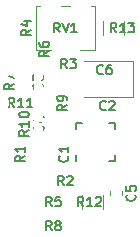
<source format=gto>
%TF.GenerationSoftware,KiCad,Pcbnew,6.0.0-rc1-unknown-2c0fe8f~66~ubuntu18.04.1*%
%TF.CreationDate,2018-10-10T11:30:18+02:00*%
%TF.ProjectId,stspin220,73747370696E3232302E6B696361645F,rev?*%
%TF.SameCoordinates,Original*%
%TF.FileFunction,Legend,Top*%
%TF.FilePolarity,Positive*%
%FSLAX46Y46*%
G04 Gerber Fmt 4.6, Leading zero omitted, Abs format (unit mm)*
G04 Created by KiCad (PCBNEW 6.0.0-rc1-unknown-2c0fe8f~66~ubuntu18.04.1) date Wed Oct 10 11:30:18 2018*
%MOMM*%
%LPD*%
G01*
G04 APERTURE LIST*
%ADD10C,0.120000*%
%ADD11C,0.150000*%
%ADD12C,0.152400*%
%ADD13R,1.402000X1.702000*%
%ADD14R,2.102000X1.702000*%
%ADD15R,1.902000X1.902000*%
%ADD16O,0.852000X0.402000*%
%ADD17O,0.402000X0.852000*%
%ADD18C,0.100000*%
%ADD19C,1.352000*%
%ADD20C,0.692000*%
%ADD21O,1.802000X1.802000*%
%ADD22R,1.802000X1.802000*%
%ADD23C,1.427000*%
%ADD24C,0.977000*%
G04 APERTURE END LIST*
D10*
X145268000Y-95920000D02*
X145268000Y-99660000D01*
X140228000Y-95920000D02*
X140228000Y-99660000D01*
X143988000Y-99660000D02*
X145268000Y-99660000D01*
X140228000Y-99660000D02*
X141508000Y-99660000D01*
X142388000Y-95920000D02*
X143108000Y-95920000D01*
X140228000Y-95920000D02*
X140608000Y-95920000D01*
X144888000Y-95920000D02*
X145268000Y-95920000D01*
D11*
X143663000Y-105817000D02*
X143663000Y-106317000D01*
X146913000Y-105817000D02*
X146913000Y-106317000D01*
X146913000Y-109067000D02*
X146913000Y-108567000D01*
X143663000Y-109067000D02*
X143663000Y-108567000D01*
X146913000Y-105817000D02*
X146413000Y-105817000D01*
X146913000Y-109067000D02*
X146413000Y-109067000D01*
X143663000Y-105817000D02*
X144163000Y-105817000D01*
D10*
X145902000Y-97187936D02*
X145902000Y-98392064D01*
X147722000Y-97187936D02*
X147722000Y-98392064D01*
X144124000Y-111919936D02*
X144124000Y-113124064D01*
X145944000Y-111919936D02*
X145944000Y-113124064D01*
X148510000Y-100598000D02*
X144300000Y-100598000D01*
X148510000Y-103618000D02*
X148510000Y-100598000D01*
X144300000Y-103618000D02*
X148510000Y-103618000D01*
X147576000Y-111922779D02*
X147576000Y-111597221D01*
X146556000Y-111922779D02*
X146556000Y-111597221D01*
D12*
X142264190Y-98157695D02*
X141993257Y-97770647D01*
X141799733Y-98157695D02*
X141799733Y-97344895D01*
X142109371Y-97344895D01*
X142186780Y-97383600D01*
X142225485Y-97422304D01*
X142264190Y-97499714D01*
X142264190Y-97615828D01*
X142225485Y-97693238D01*
X142186780Y-97731942D01*
X142109371Y-97770647D01*
X141799733Y-97770647D01*
X142496419Y-97344895D02*
X142767352Y-98157695D01*
X143038285Y-97344895D01*
X143734971Y-98157695D02*
X143270514Y-98157695D01*
X143502742Y-98157695D02*
X143502742Y-97344895D01*
X143425333Y-97461009D01*
X143347923Y-97538419D01*
X143270514Y-97577123D01*
X147051485Y-98157695D02*
X146780552Y-97770647D01*
X146587028Y-98157695D02*
X146587028Y-97344895D01*
X146896666Y-97344895D01*
X146974076Y-97383600D01*
X147012780Y-97422304D01*
X147051485Y-97499714D01*
X147051485Y-97615828D01*
X147012780Y-97693238D01*
X146974076Y-97731942D01*
X146896666Y-97770647D01*
X146587028Y-97770647D01*
X147825580Y-98157695D02*
X147361123Y-98157695D01*
X147593352Y-98157695D02*
X147593352Y-97344895D01*
X147515942Y-97461009D01*
X147438533Y-97538419D01*
X147361123Y-97577123D01*
X148096514Y-97344895D02*
X148599676Y-97344895D01*
X148328742Y-97654533D01*
X148444857Y-97654533D01*
X148522266Y-97693238D01*
X148560971Y-97731942D01*
X148599676Y-97809352D01*
X148599676Y-98002876D01*
X148560971Y-98080285D01*
X148522266Y-98118990D01*
X148444857Y-98157695D01*
X148212628Y-98157695D01*
X148135219Y-98118990D01*
X148096514Y-98080285D01*
X144257485Y-112889695D02*
X143986552Y-112502647D01*
X143793028Y-112889695D02*
X143793028Y-112076895D01*
X144102666Y-112076895D01*
X144180076Y-112115600D01*
X144218780Y-112154304D01*
X144257485Y-112231714D01*
X144257485Y-112347828D01*
X144218780Y-112425238D01*
X144180076Y-112463942D01*
X144102666Y-112502647D01*
X143793028Y-112502647D01*
X145031580Y-112889695D02*
X144567123Y-112889695D01*
X144799352Y-112889695D02*
X144799352Y-112076895D01*
X144721942Y-112193009D01*
X144644533Y-112270419D01*
X144567123Y-112309123D01*
X145341219Y-112154304D02*
X145379923Y-112115600D01*
X145457333Y-112076895D01*
X145650857Y-112076895D01*
X145728266Y-112115600D01*
X145766971Y-112154304D01*
X145805676Y-112231714D01*
X145805676Y-112309123D01*
X145766971Y-112425238D01*
X145302514Y-112889695D01*
X145805676Y-112889695D01*
X138415485Y-104507695D02*
X138144552Y-104120647D01*
X137951028Y-104507695D02*
X137951028Y-103694895D01*
X138260666Y-103694895D01*
X138338076Y-103733600D01*
X138376780Y-103772304D01*
X138415485Y-103849714D01*
X138415485Y-103965828D01*
X138376780Y-104043238D01*
X138338076Y-104081942D01*
X138260666Y-104120647D01*
X137951028Y-104120647D01*
X139189580Y-104507695D02*
X138725123Y-104507695D01*
X138957352Y-104507695D02*
X138957352Y-103694895D01*
X138879942Y-103811009D01*
X138802533Y-103888419D01*
X138725123Y-103927123D01*
X139963676Y-104507695D02*
X139499219Y-104507695D01*
X139731447Y-104507695D02*
X139731447Y-103694895D01*
X139654038Y-103811009D01*
X139576628Y-103888419D01*
X139499219Y-103927123D01*
X139659695Y-106440514D02*
X139272647Y-106711447D01*
X139659695Y-106904971D02*
X138846895Y-106904971D01*
X138846895Y-106595333D01*
X138885600Y-106517923D01*
X138924304Y-106479219D01*
X139001714Y-106440514D01*
X139117828Y-106440514D01*
X139195238Y-106479219D01*
X139233942Y-106517923D01*
X139272647Y-106595333D01*
X139272647Y-106904971D01*
X139659695Y-105666419D02*
X139659695Y-106130876D01*
X139659695Y-105898647D02*
X138846895Y-105898647D01*
X138963009Y-105976057D01*
X139040419Y-106053466D01*
X139079123Y-106130876D01*
X138846895Y-105163257D02*
X138846895Y-105085847D01*
X138885600Y-105008438D01*
X138924304Y-104969733D01*
X139001714Y-104931028D01*
X139156533Y-104892323D01*
X139350057Y-104892323D01*
X139504876Y-104931028D01*
X139582285Y-104969733D01*
X139620990Y-105008438D01*
X139659695Y-105085847D01*
X139659695Y-105163257D01*
X139620990Y-105240666D01*
X139582285Y-105279371D01*
X139504876Y-105318076D01*
X139350057Y-105356780D01*
X139156533Y-105356780D01*
X139001714Y-105318076D01*
X138924304Y-105279371D01*
X138885600Y-105240666D01*
X138846895Y-105163257D01*
X142861695Y-104275466D02*
X142474647Y-104546400D01*
X142861695Y-104739923D02*
X142048895Y-104739923D01*
X142048895Y-104430285D01*
X142087600Y-104352876D01*
X142126304Y-104314171D01*
X142203714Y-104275466D01*
X142319828Y-104275466D01*
X142397238Y-104314171D01*
X142435942Y-104352876D01*
X142474647Y-104430285D01*
X142474647Y-104739923D01*
X142861695Y-103888419D02*
X142861695Y-103733600D01*
X142822990Y-103656190D01*
X142784285Y-103617485D01*
X142668171Y-103540076D01*
X142513352Y-103501371D01*
X142203714Y-103501371D01*
X142126304Y-103540076D01*
X142087600Y-103578780D01*
X142048895Y-103656190D01*
X142048895Y-103811009D01*
X142087600Y-103888419D01*
X142126304Y-103927123D01*
X142203714Y-103965828D01*
X142397238Y-103965828D01*
X142474647Y-103927123D01*
X142513352Y-103888419D01*
X142552057Y-103811009D01*
X142552057Y-103656190D01*
X142513352Y-103578780D01*
X142474647Y-103540076D01*
X142397238Y-103501371D01*
X141596533Y-114921695D02*
X141325600Y-114534647D01*
X141132076Y-114921695D02*
X141132076Y-114108895D01*
X141441714Y-114108895D01*
X141519123Y-114147600D01*
X141557828Y-114186304D01*
X141596533Y-114263714D01*
X141596533Y-114379828D01*
X141557828Y-114457238D01*
X141519123Y-114495942D01*
X141441714Y-114534647D01*
X141132076Y-114534647D01*
X142060990Y-114457238D02*
X141983580Y-114418533D01*
X141944876Y-114379828D01*
X141906171Y-114302419D01*
X141906171Y-114263714D01*
X141944876Y-114186304D01*
X141983580Y-114147600D01*
X142060990Y-114108895D01*
X142215809Y-114108895D01*
X142293219Y-114147600D01*
X142331923Y-114186304D01*
X142370628Y-114263714D01*
X142370628Y-114302419D01*
X142331923Y-114379828D01*
X142293219Y-114418533D01*
X142215809Y-114457238D01*
X142060990Y-114457238D01*
X141983580Y-114495942D01*
X141944876Y-114534647D01*
X141906171Y-114612057D01*
X141906171Y-114766876D01*
X141944876Y-114844285D01*
X141983580Y-114882990D01*
X142060990Y-114921695D01*
X142215809Y-114921695D01*
X142293219Y-114882990D01*
X142331923Y-114844285D01*
X142370628Y-114766876D01*
X142370628Y-114612057D01*
X142331923Y-114534647D01*
X142293219Y-114495942D01*
X142215809Y-114457238D01*
X138389695Y-102497466D02*
X138002647Y-102768400D01*
X138389695Y-102961923D02*
X137576895Y-102961923D01*
X137576895Y-102652285D01*
X137615600Y-102574876D01*
X137654304Y-102536171D01*
X137731714Y-102497466D01*
X137847828Y-102497466D01*
X137925238Y-102536171D01*
X137963942Y-102574876D01*
X138002647Y-102652285D01*
X138002647Y-102961923D01*
X137576895Y-102226533D02*
X137576895Y-101684666D01*
X138389695Y-102033009D01*
X141337695Y-99703466D02*
X140950647Y-99974400D01*
X141337695Y-100167923D02*
X140524895Y-100167923D01*
X140524895Y-99858285D01*
X140563600Y-99780876D01*
X140602304Y-99742171D01*
X140679714Y-99703466D01*
X140795828Y-99703466D01*
X140873238Y-99742171D01*
X140911942Y-99780876D01*
X140950647Y-99858285D01*
X140950647Y-100167923D01*
X140524895Y-99006780D02*
X140524895Y-99161600D01*
X140563600Y-99239009D01*
X140602304Y-99277714D01*
X140718419Y-99355123D01*
X140873238Y-99393828D01*
X141182876Y-99393828D01*
X141260285Y-99355123D01*
X141298990Y-99316419D01*
X141337695Y-99239009D01*
X141337695Y-99084190D01*
X141298990Y-99006780D01*
X141260285Y-98968076D01*
X141182876Y-98929371D01*
X140989352Y-98929371D01*
X140911942Y-98968076D01*
X140873238Y-99006780D01*
X140834533Y-99084190D01*
X140834533Y-99239009D01*
X140873238Y-99316419D01*
X140911942Y-99355123D01*
X140989352Y-99393828D01*
X141596533Y-112889695D02*
X141325600Y-112502647D01*
X141132076Y-112889695D02*
X141132076Y-112076895D01*
X141441714Y-112076895D01*
X141519123Y-112115600D01*
X141557828Y-112154304D01*
X141596533Y-112231714D01*
X141596533Y-112347828D01*
X141557828Y-112425238D01*
X141519123Y-112463942D01*
X141441714Y-112502647D01*
X141132076Y-112502647D01*
X142331923Y-112076895D02*
X141944876Y-112076895D01*
X141906171Y-112463942D01*
X141944876Y-112425238D01*
X142022285Y-112386533D01*
X142215809Y-112386533D01*
X142293219Y-112425238D01*
X142331923Y-112463942D01*
X142370628Y-112541352D01*
X142370628Y-112734876D01*
X142331923Y-112812285D01*
X142293219Y-112850990D01*
X142215809Y-112889695D01*
X142022285Y-112889695D01*
X141944876Y-112850990D01*
X141906171Y-112812285D01*
X139813695Y-97925466D02*
X139426647Y-98196400D01*
X139813695Y-98389923D02*
X139000895Y-98389923D01*
X139000895Y-98080285D01*
X139039600Y-98002876D01*
X139078304Y-97964171D01*
X139155714Y-97925466D01*
X139271828Y-97925466D01*
X139349238Y-97964171D01*
X139387942Y-98002876D01*
X139426647Y-98080285D01*
X139426647Y-98389923D01*
X139271828Y-97228780D02*
X139813695Y-97228780D01*
X138962190Y-97422304D02*
X139542761Y-97615828D01*
X139542761Y-97112666D01*
X142866533Y-101205695D02*
X142595600Y-100818647D01*
X142402076Y-101205695D02*
X142402076Y-100392895D01*
X142711714Y-100392895D01*
X142789123Y-100431600D01*
X142827828Y-100470304D01*
X142866533Y-100547714D01*
X142866533Y-100663828D01*
X142827828Y-100741238D01*
X142789123Y-100779942D01*
X142711714Y-100818647D01*
X142402076Y-100818647D01*
X143137466Y-100392895D02*
X143640628Y-100392895D01*
X143369695Y-100702533D01*
X143485809Y-100702533D01*
X143563219Y-100741238D01*
X143601923Y-100779942D01*
X143640628Y-100857352D01*
X143640628Y-101050876D01*
X143601923Y-101128285D01*
X143563219Y-101166990D01*
X143485809Y-101205695D01*
X143253580Y-101205695D01*
X143176171Y-101166990D01*
X143137466Y-101128285D01*
X142612533Y-111111695D02*
X142341600Y-110724647D01*
X142148076Y-111111695D02*
X142148076Y-110298895D01*
X142457714Y-110298895D01*
X142535123Y-110337600D01*
X142573828Y-110376304D01*
X142612533Y-110453714D01*
X142612533Y-110569828D01*
X142573828Y-110647238D01*
X142535123Y-110685942D01*
X142457714Y-110724647D01*
X142148076Y-110724647D01*
X142922171Y-110376304D02*
X142960876Y-110337600D01*
X143038285Y-110298895D01*
X143231809Y-110298895D01*
X143309219Y-110337600D01*
X143347923Y-110376304D01*
X143386628Y-110453714D01*
X143386628Y-110531123D01*
X143347923Y-110647238D01*
X142883466Y-111111695D01*
X143386628Y-111111695D01*
X139305695Y-108593466D02*
X138918647Y-108864400D01*
X139305695Y-109057923D02*
X138492895Y-109057923D01*
X138492895Y-108748285D01*
X138531600Y-108670876D01*
X138570304Y-108632171D01*
X138647714Y-108593466D01*
X138763828Y-108593466D01*
X138841238Y-108632171D01*
X138879942Y-108670876D01*
X138918647Y-108748285D01*
X138918647Y-109057923D01*
X139305695Y-107819371D02*
X139305695Y-108283828D01*
X139305695Y-108051600D02*
X138492895Y-108051600D01*
X138609009Y-108129009D01*
X138686419Y-108206419D01*
X138725123Y-108283828D01*
X145914533Y-101636285D02*
X145875828Y-101674990D01*
X145759714Y-101713695D01*
X145682304Y-101713695D01*
X145566190Y-101674990D01*
X145488780Y-101597580D01*
X145450076Y-101520171D01*
X145411371Y-101365352D01*
X145411371Y-101249238D01*
X145450076Y-101094419D01*
X145488780Y-101017009D01*
X145566190Y-100939600D01*
X145682304Y-100900895D01*
X145759714Y-100900895D01*
X145875828Y-100939600D01*
X145914533Y-100978304D01*
X146611219Y-100900895D02*
X146456400Y-100900895D01*
X146378990Y-100939600D01*
X146340285Y-100978304D01*
X146262876Y-101094419D01*
X146224171Y-101249238D01*
X146224171Y-101558876D01*
X146262876Y-101636285D01*
X146301580Y-101674990D01*
X146378990Y-101713695D01*
X146533809Y-101713695D01*
X146611219Y-101674990D01*
X146649923Y-101636285D01*
X146688628Y-101558876D01*
X146688628Y-101365352D01*
X146649923Y-101287942D01*
X146611219Y-101249238D01*
X146533809Y-101210533D01*
X146378990Y-101210533D01*
X146301580Y-101249238D01*
X146262876Y-101287942D01*
X146224171Y-101365352D01*
X148626285Y-111895466D02*
X148664990Y-111934171D01*
X148703695Y-112050285D01*
X148703695Y-112127695D01*
X148664990Y-112243809D01*
X148587580Y-112321219D01*
X148510171Y-112359923D01*
X148355352Y-112398628D01*
X148239238Y-112398628D01*
X148084419Y-112359923D01*
X148007009Y-112321219D01*
X147929600Y-112243809D01*
X147890895Y-112127695D01*
X147890895Y-112050285D01*
X147929600Y-111934171D01*
X147968304Y-111895466D01*
X147890895Y-111160076D02*
X147890895Y-111547123D01*
X148277942Y-111585828D01*
X148239238Y-111547123D01*
X148200533Y-111469714D01*
X148200533Y-111276190D01*
X148239238Y-111198780D01*
X148277942Y-111160076D01*
X148355352Y-111121371D01*
X148548876Y-111121371D01*
X148626285Y-111160076D01*
X148664990Y-111198780D01*
X148703695Y-111276190D01*
X148703695Y-111469714D01*
X148664990Y-111547123D01*
X148626285Y-111585828D01*
X140852285Y-106053466D02*
X140890990Y-106092171D01*
X140929695Y-106208285D01*
X140929695Y-106285695D01*
X140890990Y-106401809D01*
X140813580Y-106479219D01*
X140736171Y-106517923D01*
X140581352Y-106556628D01*
X140465238Y-106556628D01*
X140310419Y-106517923D01*
X140233009Y-106479219D01*
X140155600Y-106401809D01*
X140116895Y-106285695D01*
X140116895Y-106208285D01*
X140155600Y-106092171D01*
X140194304Y-106053466D01*
X140387828Y-105356780D02*
X140929695Y-105356780D01*
X140078190Y-105550304D02*
X140658761Y-105743828D01*
X140658761Y-105240666D01*
X140752285Y-102497466D02*
X140790990Y-102536171D01*
X140829695Y-102652285D01*
X140829695Y-102729695D01*
X140790990Y-102845809D01*
X140713580Y-102923219D01*
X140636171Y-102961923D01*
X140481352Y-103000628D01*
X140365238Y-103000628D01*
X140210419Y-102961923D01*
X140133009Y-102923219D01*
X140055600Y-102845809D01*
X140016895Y-102729695D01*
X140016895Y-102652285D01*
X140055600Y-102536171D01*
X140094304Y-102497466D01*
X140016895Y-102226533D02*
X140016895Y-101723371D01*
X140326533Y-101994304D01*
X140326533Y-101878190D01*
X140365238Y-101800780D01*
X140403942Y-101762076D01*
X140481352Y-101723371D01*
X140674876Y-101723371D01*
X140752285Y-101762076D01*
X140790990Y-101800780D01*
X140829695Y-101878190D01*
X140829695Y-102110419D01*
X140790990Y-102187828D01*
X140752285Y-102226533D01*
X146168533Y-104684285D02*
X146129828Y-104722990D01*
X146013714Y-104761695D01*
X145936304Y-104761695D01*
X145820190Y-104722990D01*
X145742780Y-104645580D01*
X145704076Y-104568171D01*
X145665371Y-104413352D01*
X145665371Y-104297238D01*
X145704076Y-104142419D01*
X145742780Y-104065009D01*
X145820190Y-103987600D01*
X145936304Y-103948895D01*
X146013714Y-103948895D01*
X146129828Y-103987600D01*
X146168533Y-104026304D01*
X146478171Y-104026304D02*
X146516876Y-103987600D01*
X146594285Y-103948895D01*
X146787809Y-103948895D01*
X146865219Y-103987600D01*
X146903923Y-104026304D01*
X146942628Y-104103714D01*
X146942628Y-104181123D01*
X146903923Y-104297238D01*
X146439466Y-104761695D01*
X146942628Y-104761695D01*
X142938285Y-108593466D02*
X142976990Y-108632171D01*
X143015695Y-108748285D01*
X143015695Y-108825695D01*
X142976990Y-108941809D01*
X142899580Y-109019219D01*
X142822171Y-109057923D01*
X142667352Y-109096628D01*
X142551238Y-109096628D01*
X142396419Y-109057923D01*
X142319009Y-109019219D01*
X142241600Y-108941809D01*
X142202895Y-108825695D01*
X142202895Y-108748285D01*
X142241600Y-108632171D01*
X142280304Y-108593466D01*
X143015695Y-107819371D02*
X143015695Y-108283828D01*
X143015695Y-108051600D02*
X142202895Y-108051600D01*
X142319009Y-108129009D01*
X142396419Y-108206419D01*
X142435123Y-108283828D01*
%LPC*%
D13*
X141498000Y-96340000D03*
D14*
X142748000Y-99240000D03*
D13*
X143998000Y-96340000D03*
D15*
X145288000Y-107442000D03*
D16*
X143813000Y-108192000D03*
X143813000Y-107692000D03*
X143813000Y-107192000D03*
X143813000Y-106692000D03*
D17*
X144538000Y-105967000D03*
X145038000Y-105967000D03*
X145538000Y-105967000D03*
X146038000Y-105967000D03*
D16*
X146763000Y-106692000D03*
X146763000Y-107192000D03*
X146763000Y-107692000D03*
X146763000Y-108192000D03*
D17*
X146038000Y-108917000D03*
X145538000Y-108917000D03*
X145038000Y-108917000D03*
X144538000Y-108917000D03*
D18*
G36*
X147494104Y-98515302D02*
X147520352Y-98519196D01*
X147546093Y-98525643D01*
X147571078Y-98534583D01*
X147595066Y-98545928D01*
X147617826Y-98559571D01*
X147639140Y-98575378D01*
X147658802Y-98593198D01*
X147676622Y-98612860D01*
X147692429Y-98634174D01*
X147706072Y-98656934D01*
X147717417Y-98680922D01*
X147726357Y-98705907D01*
X147732804Y-98731648D01*
X147736698Y-98757896D01*
X147738000Y-98784400D01*
X147738000Y-99595600D01*
X147736698Y-99622104D01*
X147732804Y-99648352D01*
X147726357Y-99674093D01*
X147717417Y-99699078D01*
X147706072Y-99723066D01*
X147692429Y-99745826D01*
X147676622Y-99767140D01*
X147658802Y-99786802D01*
X147639140Y-99804622D01*
X147617826Y-99820429D01*
X147595066Y-99834072D01*
X147571078Y-99845417D01*
X147546093Y-99854357D01*
X147520352Y-99860804D01*
X147494104Y-99864698D01*
X147467600Y-99866000D01*
X146156400Y-99866000D01*
X146129896Y-99864698D01*
X146103648Y-99860804D01*
X146077907Y-99854357D01*
X146052922Y-99845417D01*
X146028934Y-99834072D01*
X146006174Y-99820429D01*
X145984860Y-99804622D01*
X145965198Y-99786802D01*
X145947378Y-99767140D01*
X145931571Y-99745826D01*
X145917928Y-99723066D01*
X145906583Y-99699078D01*
X145897643Y-99674093D01*
X145891196Y-99648352D01*
X145887302Y-99622104D01*
X145886000Y-99595600D01*
X145886000Y-98784400D01*
X145887302Y-98757896D01*
X145891196Y-98731648D01*
X145897643Y-98705907D01*
X145906583Y-98680922D01*
X145917928Y-98656934D01*
X145931571Y-98634174D01*
X145947378Y-98612860D01*
X145965198Y-98593198D01*
X145984860Y-98575378D01*
X146006174Y-98559571D01*
X146028934Y-98545928D01*
X146052922Y-98534583D01*
X146077907Y-98525643D01*
X146103648Y-98519196D01*
X146129896Y-98515302D01*
X146156400Y-98514000D01*
X147467600Y-98514000D01*
X147494104Y-98515302D01*
X147494104Y-98515302D01*
G37*
D19*
X146812000Y-99190000D03*
D18*
G36*
X147494104Y-95715302D02*
X147520352Y-95719196D01*
X147546093Y-95725643D01*
X147571078Y-95734583D01*
X147595066Y-95745928D01*
X147617826Y-95759571D01*
X147639140Y-95775378D01*
X147658802Y-95793198D01*
X147676622Y-95812860D01*
X147692429Y-95834174D01*
X147706072Y-95856934D01*
X147717417Y-95880922D01*
X147726357Y-95905907D01*
X147732804Y-95931648D01*
X147736698Y-95957896D01*
X147738000Y-95984400D01*
X147738000Y-96795600D01*
X147736698Y-96822104D01*
X147732804Y-96848352D01*
X147726357Y-96874093D01*
X147717417Y-96899078D01*
X147706072Y-96923066D01*
X147692429Y-96945826D01*
X147676622Y-96967140D01*
X147658802Y-96986802D01*
X147639140Y-97004622D01*
X147617826Y-97020429D01*
X147595066Y-97034072D01*
X147571078Y-97045417D01*
X147546093Y-97054357D01*
X147520352Y-97060804D01*
X147494104Y-97064698D01*
X147467600Y-97066000D01*
X146156400Y-97066000D01*
X146129896Y-97064698D01*
X146103648Y-97060804D01*
X146077907Y-97054357D01*
X146052922Y-97045417D01*
X146028934Y-97034072D01*
X146006174Y-97020429D01*
X145984860Y-97004622D01*
X145965198Y-96986802D01*
X145947378Y-96967140D01*
X145931571Y-96945826D01*
X145917928Y-96923066D01*
X145906583Y-96899078D01*
X145897643Y-96874093D01*
X145891196Y-96848352D01*
X145887302Y-96822104D01*
X145886000Y-96795600D01*
X145886000Y-95984400D01*
X145887302Y-95957896D01*
X145891196Y-95931648D01*
X145897643Y-95905907D01*
X145906583Y-95880922D01*
X145917928Y-95856934D01*
X145931571Y-95834174D01*
X145947378Y-95812860D01*
X145965198Y-95793198D01*
X145984860Y-95775378D01*
X146006174Y-95759571D01*
X146028934Y-95745928D01*
X146052922Y-95734583D01*
X146077907Y-95725643D01*
X146103648Y-95719196D01*
X146129896Y-95715302D01*
X146156400Y-95714000D01*
X147467600Y-95714000D01*
X147494104Y-95715302D01*
X147494104Y-95715302D01*
G37*
D19*
X146812000Y-96390000D03*
D18*
G36*
X145716104Y-113247302D02*
X145742352Y-113251196D01*
X145768093Y-113257643D01*
X145793078Y-113266583D01*
X145817066Y-113277928D01*
X145839826Y-113291571D01*
X145861140Y-113307378D01*
X145880802Y-113325198D01*
X145898622Y-113344860D01*
X145914429Y-113366174D01*
X145928072Y-113388934D01*
X145939417Y-113412922D01*
X145948357Y-113437907D01*
X145954804Y-113463648D01*
X145958698Y-113489896D01*
X145960000Y-113516400D01*
X145960000Y-114327600D01*
X145958698Y-114354104D01*
X145954804Y-114380352D01*
X145948357Y-114406093D01*
X145939417Y-114431078D01*
X145928072Y-114455066D01*
X145914429Y-114477826D01*
X145898622Y-114499140D01*
X145880802Y-114518802D01*
X145861140Y-114536622D01*
X145839826Y-114552429D01*
X145817066Y-114566072D01*
X145793078Y-114577417D01*
X145768093Y-114586357D01*
X145742352Y-114592804D01*
X145716104Y-114596698D01*
X145689600Y-114598000D01*
X144378400Y-114598000D01*
X144351896Y-114596698D01*
X144325648Y-114592804D01*
X144299907Y-114586357D01*
X144274922Y-114577417D01*
X144250934Y-114566072D01*
X144228174Y-114552429D01*
X144206860Y-114536622D01*
X144187198Y-114518802D01*
X144169378Y-114499140D01*
X144153571Y-114477826D01*
X144139928Y-114455066D01*
X144128583Y-114431078D01*
X144119643Y-114406093D01*
X144113196Y-114380352D01*
X144109302Y-114354104D01*
X144108000Y-114327600D01*
X144108000Y-113516400D01*
X144109302Y-113489896D01*
X144113196Y-113463648D01*
X144119643Y-113437907D01*
X144128583Y-113412922D01*
X144139928Y-113388934D01*
X144153571Y-113366174D01*
X144169378Y-113344860D01*
X144187198Y-113325198D01*
X144206860Y-113307378D01*
X144228174Y-113291571D01*
X144250934Y-113277928D01*
X144274922Y-113266583D01*
X144299907Y-113257643D01*
X144325648Y-113251196D01*
X144351896Y-113247302D01*
X144378400Y-113246000D01*
X145689600Y-113246000D01*
X145716104Y-113247302D01*
X145716104Y-113247302D01*
G37*
D19*
X145034000Y-113922000D03*
D18*
G36*
X145716104Y-110447302D02*
X145742352Y-110451196D01*
X145768093Y-110457643D01*
X145793078Y-110466583D01*
X145817066Y-110477928D01*
X145839826Y-110491571D01*
X145861140Y-110507378D01*
X145880802Y-110525198D01*
X145898622Y-110544860D01*
X145914429Y-110566174D01*
X145928072Y-110588934D01*
X145939417Y-110612922D01*
X145948357Y-110637907D01*
X145954804Y-110663648D01*
X145958698Y-110689896D01*
X145960000Y-110716400D01*
X145960000Y-111527600D01*
X145958698Y-111554104D01*
X145954804Y-111580352D01*
X145948357Y-111606093D01*
X145939417Y-111631078D01*
X145928072Y-111655066D01*
X145914429Y-111677826D01*
X145898622Y-111699140D01*
X145880802Y-111718802D01*
X145861140Y-111736622D01*
X145839826Y-111752429D01*
X145817066Y-111766072D01*
X145793078Y-111777417D01*
X145768093Y-111786357D01*
X145742352Y-111792804D01*
X145716104Y-111796698D01*
X145689600Y-111798000D01*
X144378400Y-111798000D01*
X144351896Y-111796698D01*
X144325648Y-111792804D01*
X144299907Y-111786357D01*
X144274922Y-111777417D01*
X144250934Y-111766072D01*
X144228174Y-111752429D01*
X144206860Y-111736622D01*
X144187198Y-111718802D01*
X144169378Y-111699140D01*
X144153571Y-111677826D01*
X144139928Y-111655066D01*
X144128583Y-111631078D01*
X144119643Y-111606093D01*
X144113196Y-111580352D01*
X144109302Y-111554104D01*
X144108000Y-111527600D01*
X144108000Y-110716400D01*
X144109302Y-110689896D01*
X144113196Y-110663648D01*
X144119643Y-110637907D01*
X144128583Y-110612922D01*
X144139928Y-110588934D01*
X144153571Y-110566174D01*
X144169378Y-110544860D01*
X144187198Y-110525198D01*
X144206860Y-110507378D01*
X144228174Y-110491571D01*
X144250934Y-110477928D01*
X144274922Y-110466583D01*
X144299907Y-110457643D01*
X144325648Y-110451196D01*
X144351896Y-110447302D01*
X144378400Y-110446000D01*
X145689600Y-110446000D01*
X145716104Y-110447302D01*
X145716104Y-110447302D01*
G37*
D19*
X145034000Y-111122000D03*
D18*
G36*
X140674957Y-103769833D02*
X140691751Y-103772324D01*
X140708219Y-103776449D01*
X140724204Y-103782169D01*
X140739552Y-103789428D01*
X140754114Y-103798156D01*
X140767750Y-103808269D01*
X140780329Y-103819671D01*
X140791731Y-103832250D01*
X140801844Y-103845886D01*
X140810572Y-103860448D01*
X140817831Y-103875796D01*
X140823551Y-103891781D01*
X140827676Y-103908249D01*
X140830167Y-103925043D01*
X140831000Y-103942000D01*
X140831000Y-104338000D01*
X140830167Y-104354957D01*
X140827676Y-104371751D01*
X140823551Y-104388219D01*
X140817831Y-104404204D01*
X140810572Y-104419552D01*
X140801844Y-104434114D01*
X140791731Y-104447750D01*
X140780329Y-104460329D01*
X140767750Y-104471731D01*
X140754114Y-104481844D01*
X140739552Y-104490572D01*
X140724204Y-104497831D01*
X140708219Y-104503551D01*
X140691751Y-104507676D01*
X140674957Y-104510167D01*
X140658000Y-104511000D01*
X140312000Y-104511000D01*
X140295043Y-104510167D01*
X140278249Y-104507676D01*
X140261781Y-104503551D01*
X140245796Y-104497831D01*
X140230448Y-104490572D01*
X140215886Y-104481844D01*
X140202250Y-104471731D01*
X140189671Y-104460329D01*
X140178269Y-104447750D01*
X140168156Y-104434114D01*
X140159428Y-104419552D01*
X140152169Y-104404204D01*
X140146449Y-104388219D01*
X140142324Y-104371751D01*
X140139833Y-104354957D01*
X140139000Y-104338000D01*
X140139000Y-103942000D01*
X140139833Y-103925043D01*
X140142324Y-103908249D01*
X140146449Y-103891781D01*
X140152169Y-103875796D01*
X140159428Y-103860448D01*
X140168156Y-103845886D01*
X140178269Y-103832250D01*
X140189671Y-103819671D01*
X140202250Y-103808269D01*
X140215886Y-103798156D01*
X140230448Y-103789428D01*
X140245796Y-103782169D01*
X140261781Y-103776449D01*
X140278249Y-103772324D01*
X140295043Y-103769833D01*
X140312000Y-103769000D01*
X140658000Y-103769000D01*
X140674957Y-103769833D01*
X140674957Y-103769833D01*
G37*
D20*
X140485000Y-104140000D03*
D18*
G36*
X141644957Y-103769833D02*
X141661751Y-103772324D01*
X141678219Y-103776449D01*
X141694204Y-103782169D01*
X141709552Y-103789428D01*
X141724114Y-103798156D01*
X141737750Y-103808269D01*
X141750329Y-103819671D01*
X141761731Y-103832250D01*
X141771844Y-103845886D01*
X141780572Y-103860448D01*
X141787831Y-103875796D01*
X141793551Y-103891781D01*
X141797676Y-103908249D01*
X141800167Y-103925043D01*
X141801000Y-103942000D01*
X141801000Y-104338000D01*
X141800167Y-104354957D01*
X141797676Y-104371751D01*
X141793551Y-104388219D01*
X141787831Y-104404204D01*
X141780572Y-104419552D01*
X141771844Y-104434114D01*
X141761731Y-104447750D01*
X141750329Y-104460329D01*
X141737750Y-104471731D01*
X141724114Y-104481844D01*
X141709552Y-104490572D01*
X141694204Y-104497831D01*
X141678219Y-104503551D01*
X141661751Y-104507676D01*
X141644957Y-104510167D01*
X141628000Y-104511000D01*
X141282000Y-104511000D01*
X141265043Y-104510167D01*
X141248249Y-104507676D01*
X141231781Y-104503551D01*
X141215796Y-104497831D01*
X141200448Y-104490572D01*
X141185886Y-104481844D01*
X141172250Y-104471731D01*
X141159671Y-104460329D01*
X141148269Y-104447750D01*
X141138156Y-104434114D01*
X141129428Y-104419552D01*
X141122169Y-104404204D01*
X141116449Y-104388219D01*
X141112324Y-104371751D01*
X141109833Y-104354957D01*
X141109000Y-104338000D01*
X141109000Y-103942000D01*
X141109833Y-103925043D01*
X141112324Y-103908249D01*
X141116449Y-103891781D01*
X141122169Y-103875796D01*
X141129428Y-103860448D01*
X141138156Y-103845886D01*
X141148269Y-103832250D01*
X141159671Y-103819671D01*
X141172250Y-103808269D01*
X141185886Y-103798156D01*
X141200448Y-103789428D01*
X141215796Y-103782169D01*
X141231781Y-103776449D01*
X141248249Y-103772324D01*
X141265043Y-103769833D01*
X141282000Y-103769000D01*
X141628000Y-103769000D01*
X141644957Y-103769833D01*
X141644957Y-103769833D01*
G37*
D20*
X141455000Y-104140000D03*
D18*
G36*
X140676957Y-105087833D02*
X140693751Y-105090324D01*
X140710219Y-105094449D01*
X140726204Y-105100169D01*
X140741552Y-105107428D01*
X140756114Y-105116156D01*
X140769750Y-105126269D01*
X140782329Y-105137671D01*
X140793731Y-105150250D01*
X140803844Y-105163886D01*
X140812572Y-105178448D01*
X140819831Y-105193796D01*
X140825551Y-105209781D01*
X140829676Y-105226249D01*
X140832167Y-105243043D01*
X140833000Y-105260000D01*
X140833000Y-105606000D01*
X140832167Y-105622957D01*
X140829676Y-105639751D01*
X140825551Y-105656219D01*
X140819831Y-105672204D01*
X140812572Y-105687552D01*
X140803844Y-105702114D01*
X140793731Y-105715750D01*
X140782329Y-105728329D01*
X140769750Y-105739731D01*
X140756114Y-105749844D01*
X140741552Y-105758572D01*
X140726204Y-105765831D01*
X140710219Y-105771551D01*
X140693751Y-105775676D01*
X140676957Y-105778167D01*
X140660000Y-105779000D01*
X140264000Y-105779000D01*
X140247043Y-105778167D01*
X140230249Y-105775676D01*
X140213781Y-105771551D01*
X140197796Y-105765831D01*
X140182448Y-105758572D01*
X140167886Y-105749844D01*
X140154250Y-105739731D01*
X140141671Y-105728329D01*
X140130269Y-105715750D01*
X140120156Y-105702114D01*
X140111428Y-105687552D01*
X140104169Y-105672204D01*
X140098449Y-105656219D01*
X140094324Y-105639751D01*
X140091833Y-105622957D01*
X140091000Y-105606000D01*
X140091000Y-105260000D01*
X140091833Y-105243043D01*
X140094324Y-105226249D01*
X140098449Y-105209781D01*
X140104169Y-105193796D01*
X140111428Y-105178448D01*
X140120156Y-105163886D01*
X140130269Y-105150250D01*
X140141671Y-105137671D01*
X140154250Y-105126269D01*
X140167886Y-105116156D01*
X140182448Y-105107428D01*
X140197796Y-105100169D01*
X140213781Y-105094449D01*
X140230249Y-105090324D01*
X140247043Y-105087833D01*
X140264000Y-105087000D01*
X140660000Y-105087000D01*
X140676957Y-105087833D01*
X140676957Y-105087833D01*
G37*
D20*
X140462000Y-105433000D03*
D18*
G36*
X140676957Y-106057833D02*
X140693751Y-106060324D01*
X140710219Y-106064449D01*
X140726204Y-106070169D01*
X140741552Y-106077428D01*
X140756114Y-106086156D01*
X140769750Y-106096269D01*
X140782329Y-106107671D01*
X140793731Y-106120250D01*
X140803844Y-106133886D01*
X140812572Y-106148448D01*
X140819831Y-106163796D01*
X140825551Y-106179781D01*
X140829676Y-106196249D01*
X140832167Y-106213043D01*
X140833000Y-106230000D01*
X140833000Y-106576000D01*
X140832167Y-106592957D01*
X140829676Y-106609751D01*
X140825551Y-106626219D01*
X140819831Y-106642204D01*
X140812572Y-106657552D01*
X140803844Y-106672114D01*
X140793731Y-106685750D01*
X140782329Y-106698329D01*
X140769750Y-106709731D01*
X140756114Y-106719844D01*
X140741552Y-106728572D01*
X140726204Y-106735831D01*
X140710219Y-106741551D01*
X140693751Y-106745676D01*
X140676957Y-106748167D01*
X140660000Y-106749000D01*
X140264000Y-106749000D01*
X140247043Y-106748167D01*
X140230249Y-106745676D01*
X140213781Y-106741551D01*
X140197796Y-106735831D01*
X140182448Y-106728572D01*
X140167886Y-106719844D01*
X140154250Y-106709731D01*
X140141671Y-106698329D01*
X140130269Y-106685750D01*
X140120156Y-106672114D01*
X140111428Y-106657552D01*
X140104169Y-106642204D01*
X140098449Y-106626219D01*
X140094324Y-106609751D01*
X140091833Y-106592957D01*
X140091000Y-106576000D01*
X140091000Y-106230000D01*
X140091833Y-106213043D01*
X140094324Y-106196249D01*
X140098449Y-106179781D01*
X140104169Y-106163796D01*
X140111428Y-106148448D01*
X140120156Y-106133886D01*
X140130269Y-106120250D01*
X140141671Y-106107671D01*
X140154250Y-106096269D01*
X140167886Y-106086156D01*
X140182448Y-106077428D01*
X140197796Y-106070169D01*
X140213781Y-106064449D01*
X140230249Y-106060324D01*
X140247043Y-106057833D01*
X140264000Y-106057000D01*
X140660000Y-106057000D01*
X140676957Y-106057833D01*
X140676957Y-106057833D01*
G37*
D20*
X140462000Y-106403000D03*
D18*
G36*
X141946957Y-102501833D02*
X141963751Y-102504324D01*
X141980219Y-102508449D01*
X141996204Y-102514169D01*
X142011552Y-102521428D01*
X142026114Y-102530156D01*
X142039750Y-102540269D01*
X142052329Y-102551671D01*
X142063731Y-102564250D01*
X142073844Y-102577886D01*
X142082572Y-102592448D01*
X142089831Y-102607796D01*
X142095551Y-102623781D01*
X142099676Y-102640249D01*
X142102167Y-102657043D01*
X142103000Y-102674000D01*
X142103000Y-103020000D01*
X142102167Y-103036957D01*
X142099676Y-103053751D01*
X142095551Y-103070219D01*
X142089831Y-103086204D01*
X142082572Y-103101552D01*
X142073844Y-103116114D01*
X142063731Y-103129750D01*
X142052329Y-103142329D01*
X142039750Y-103153731D01*
X142026114Y-103163844D01*
X142011552Y-103172572D01*
X141996204Y-103179831D01*
X141980219Y-103185551D01*
X141963751Y-103189676D01*
X141946957Y-103192167D01*
X141930000Y-103193000D01*
X141534000Y-103193000D01*
X141517043Y-103192167D01*
X141500249Y-103189676D01*
X141483781Y-103185551D01*
X141467796Y-103179831D01*
X141452448Y-103172572D01*
X141437886Y-103163844D01*
X141424250Y-103153731D01*
X141411671Y-103142329D01*
X141400269Y-103129750D01*
X141390156Y-103116114D01*
X141381428Y-103101552D01*
X141374169Y-103086204D01*
X141368449Y-103070219D01*
X141364324Y-103053751D01*
X141361833Y-103036957D01*
X141361000Y-103020000D01*
X141361000Y-102674000D01*
X141361833Y-102657043D01*
X141364324Y-102640249D01*
X141368449Y-102623781D01*
X141374169Y-102607796D01*
X141381428Y-102592448D01*
X141390156Y-102577886D01*
X141400269Y-102564250D01*
X141411671Y-102551671D01*
X141424250Y-102540269D01*
X141437886Y-102530156D01*
X141452448Y-102521428D01*
X141467796Y-102514169D01*
X141483781Y-102508449D01*
X141500249Y-102504324D01*
X141517043Y-102501833D01*
X141534000Y-102501000D01*
X141930000Y-102501000D01*
X141946957Y-102501833D01*
X141946957Y-102501833D01*
G37*
D20*
X141732000Y-102847000D03*
D18*
G36*
X141946957Y-101531833D02*
X141963751Y-101534324D01*
X141980219Y-101538449D01*
X141996204Y-101544169D01*
X142011552Y-101551428D01*
X142026114Y-101560156D01*
X142039750Y-101570269D01*
X142052329Y-101581671D01*
X142063731Y-101594250D01*
X142073844Y-101607886D01*
X142082572Y-101622448D01*
X142089831Y-101637796D01*
X142095551Y-101653781D01*
X142099676Y-101670249D01*
X142102167Y-101687043D01*
X142103000Y-101704000D01*
X142103000Y-102050000D01*
X142102167Y-102066957D01*
X142099676Y-102083751D01*
X142095551Y-102100219D01*
X142089831Y-102116204D01*
X142082572Y-102131552D01*
X142073844Y-102146114D01*
X142063731Y-102159750D01*
X142052329Y-102172329D01*
X142039750Y-102183731D01*
X142026114Y-102193844D01*
X142011552Y-102202572D01*
X141996204Y-102209831D01*
X141980219Y-102215551D01*
X141963751Y-102219676D01*
X141946957Y-102222167D01*
X141930000Y-102223000D01*
X141534000Y-102223000D01*
X141517043Y-102222167D01*
X141500249Y-102219676D01*
X141483781Y-102215551D01*
X141467796Y-102209831D01*
X141452448Y-102202572D01*
X141437886Y-102193844D01*
X141424250Y-102183731D01*
X141411671Y-102172329D01*
X141400269Y-102159750D01*
X141390156Y-102146114D01*
X141381428Y-102131552D01*
X141374169Y-102116204D01*
X141368449Y-102100219D01*
X141364324Y-102083751D01*
X141361833Y-102066957D01*
X141361000Y-102050000D01*
X141361000Y-101704000D01*
X141361833Y-101687043D01*
X141364324Y-101670249D01*
X141368449Y-101653781D01*
X141374169Y-101637796D01*
X141381428Y-101622448D01*
X141390156Y-101607886D01*
X141400269Y-101594250D01*
X141411671Y-101581671D01*
X141424250Y-101570269D01*
X141437886Y-101560156D01*
X141452448Y-101551428D01*
X141467796Y-101544169D01*
X141483781Y-101538449D01*
X141500249Y-101534324D01*
X141517043Y-101531833D01*
X141534000Y-101531000D01*
X141930000Y-101531000D01*
X141946957Y-101531833D01*
X141946957Y-101531833D01*
G37*
D20*
X141732000Y-101877000D03*
D18*
G36*
X139658957Y-113929833D02*
X139675751Y-113932324D01*
X139692219Y-113936449D01*
X139708204Y-113942169D01*
X139723552Y-113949428D01*
X139738114Y-113958156D01*
X139751750Y-113968269D01*
X139764329Y-113979671D01*
X139775731Y-113992250D01*
X139785844Y-114005886D01*
X139794572Y-114020448D01*
X139801831Y-114035796D01*
X139807551Y-114051781D01*
X139811676Y-114068249D01*
X139814167Y-114085043D01*
X139815000Y-114102000D01*
X139815000Y-114498000D01*
X139814167Y-114514957D01*
X139811676Y-114531751D01*
X139807551Y-114548219D01*
X139801831Y-114564204D01*
X139794572Y-114579552D01*
X139785844Y-114594114D01*
X139775731Y-114607750D01*
X139764329Y-114620329D01*
X139751750Y-114631731D01*
X139738114Y-114641844D01*
X139723552Y-114650572D01*
X139708204Y-114657831D01*
X139692219Y-114663551D01*
X139675751Y-114667676D01*
X139658957Y-114670167D01*
X139642000Y-114671000D01*
X139296000Y-114671000D01*
X139279043Y-114670167D01*
X139262249Y-114667676D01*
X139245781Y-114663551D01*
X139229796Y-114657831D01*
X139214448Y-114650572D01*
X139199886Y-114641844D01*
X139186250Y-114631731D01*
X139173671Y-114620329D01*
X139162269Y-114607750D01*
X139152156Y-114594114D01*
X139143428Y-114579552D01*
X139136169Y-114564204D01*
X139130449Y-114548219D01*
X139126324Y-114531751D01*
X139123833Y-114514957D01*
X139123000Y-114498000D01*
X139123000Y-114102000D01*
X139123833Y-114085043D01*
X139126324Y-114068249D01*
X139130449Y-114051781D01*
X139136169Y-114035796D01*
X139143428Y-114020448D01*
X139152156Y-114005886D01*
X139162269Y-113992250D01*
X139173671Y-113979671D01*
X139186250Y-113968269D01*
X139199886Y-113958156D01*
X139214448Y-113949428D01*
X139229796Y-113942169D01*
X139245781Y-113936449D01*
X139262249Y-113932324D01*
X139279043Y-113929833D01*
X139296000Y-113929000D01*
X139642000Y-113929000D01*
X139658957Y-113929833D01*
X139658957Y-113929833D01*
G37*
D20*
X139469000Y-114300000D03*
D18*
G36*
X140628957Y-113929833D02*
X140645751Y-113932324D01*
X140662219Y-113936449D01*
X140678204Y-113942169D01*
X140693552Y-113949428D01*
X140708114Y-113958156D01*
X140721750Y-113968269D01*
X140734329Y-113979671D01*
X140745731Y-113992250D01*
X140755844Y-114005886D01*
X140764572Y-114020448D01*
X140771831Y-114035796D01*
X140777551Y-114051781D01*
X140781676Y-114068249D01*
X140784167Y-114085043D01*
X140785000Y-114102000D01*
X140785000Y-114498000D01*
X140784167Y-114514957D01*
X140781676Y-114531751D01*
X140777551Y-114548219D01*
X140771831Y-114564204D01*
X140764572Y-114579552D01*
X140755844Y-114594114D01*
X140745731Y-114607750D01*
X140734329Y-114620329D01*
X140721750Y-114631731D01*
X140708114Y-114641844D01*
X140693552Y-114650572D01*
X140678204Y-114657831D01*
X140662219Y-114663551D01*
X140645751Y-114667676D01*
X140628957Y-114670167D01*
X140612000Y-114671000D01*
X140266000Y-114671000D01*
X140249043Y-114670167D01*
X140232249Y-114667676D01*
X140215781Y-114663551D01*
X140199796Y-114657831D01*
X140184448Y-114650572D01*
X140169886Y-114641844D01*
X140156250Y-114631731D01*
X140143671Y-114620329D01*
X140132269Y-114607750D01*
X140122156Y-114594114D01*
X140113428Y-114579552D01*
X140106169Y-114564204D01*
X140100449Y-114548219D01*
X140096324Y-114531751D01*
X140093833Y-114514957D01*
X140093000Y-114498000D01*
X140093000Y-114102000D01*
X140093833Y-114085043D01*
X140096324Y-114068249D01*
X140100449Y-114051781D01*
X140106169Y-114035796D01*
X140113428Y-114020448D01*
X140122156Y-114005886D01*
X140132269Y-113992250D01*
X140143671Y-113979671D01*
X140156250Y-113968269D01*
X140169886Y-113958156D01*
X140184448Y-113949428D01*
X140199796Y-113942169D01*
X140215781Y-113936449D01*
X140232249Y-113932324D01*
X140249043Y-113929833D01*
X140266000Y-113929000D01*
X140612000Y-113929000D01*
X140628957Y-113929833D01*
X140628957Y-113929833D01*
G37*
D20*
X140439000Y-114300000D03*
D18*
G36*
X139406957Y-101531833D02*
X139423751Y-101534324D01*
X139440219Y-101538449D01*
X139456204Y-101544169D01*
X139471552Y-101551428D01*
X139486114Y-101560156D01*
X139499750Y-101570269D01*
X139512329Y-101581671D01*
X139523731Y-101594250D01*
X139533844Y-101607886D01*
X139542572Y-101622448D01*
X139549831Y-101637796D01*
X139555551Y-101653781D01*
X139559676Y-101670249D01*
X139562167Y-101687043D01*
X139563000Y-101704000D01*
X139563000Y-102050000D01*
X139562167Y-102066957D01*
X139559676Y-102083751D01*
X139555551Y-102100219D01*
X139549831Y-102116204D01*
X139542572Y-102131552D01*
X139533844Y-102146114D01*
X139523731Y-102159750D01*
X139512329Y-102172329D01*
X139499750Y-102183731D01*
X139486114Y-102193844D01*
X139471552Y-102202572D01*
X139456204Y-102209831D01*
X139440219Y-102215551D01*
X139423751Y-102219676D01*
X139406957Y-102222167D01*
X139390000Y-102223000D01*
X138994000Y-102223000D01*
X138977043Y-102222167D01*
X138960249Y-102219676D01*
X138943781Y-102215551D01*
X138927796Y-102209831D01*
X138912448Y-102202572D01*
X138897886Y-102193844D01*
X138884250Y-102183731D01*
X138871671Y-102172329D01*
X138860269Y-102159750D01*
X138850156Y-102146114D01*
X138841428Y-102131552D01*
X138834169Y-102116204D01*
X138828449Y-102100219D01*
X138824324Y-102083751D01*
X138821833Y-102066957D01*
X138821000Y-102050000D01*
X138821000Y-101704000D01*
X138821833Y-101687043D01*
X138824324Y-101670249D01*
X138828449Y-101653781D01*
X138834169Y-101637796D01*
X138841428Y-101622448D01*
X138850156Y-101607886D01*
X138860269Y-101594250D01*
X138871671Y-101581671D01*
X138884250Y-101570269D01*
X138897886Y-101560156D01*
X138912448Y-101551428D01*
X138927796Y-101544169D01*
X138943781Y-101538449D01*
X138960249Y-101534324D01*
X138977043Y-101531833D01*
X138994000Y-101531000D01*
X139390000Y-101531000D01*
X139406957Y-101531833D01*
X139406957Y-101531833D01*
G37*
D20*
X139192000Y-101877000D03*
D18*
G36*
X139406957Y-102501833D02*
X139423751Y-102504324D01*
X139440219Y-102508449D01*
X139456204Y-102514169D01*
X139471552Y-102521428D01*
X139486114Y-102530156D01*
X139499750Y-102540269D01*
X139512329Y-102551671D01*
X139523731Y-102564250D01*
X139533844Y-102577886D01*
X139542572Y-102592448D01*
X139549831Y-102607796D01*
X139555551Y-102623781D01*
X139559676Y-102640249D01*
X139562167Y-102657043D01*
X139563000Y-102674000D01*
X139563000Y-103020000D01*
X139562167Y-103036957D01*
X139559676Y-103053751D01*
X139555551Y-103070219D01*
X139549831Y-103086204D01*
X139542572Y-103101552D01*
X139533844Y-103116114D01*
X139523731Y-103129750D01*
X139512329Y-103142329D01*
X139499750Y-103153731D01*
X139486114Y-103163844D01*
X139471552Y-103172572D01*
X139456204Y-103179831D01*
X139440219Y-103185551D01*
X139423751Y-103189676D01*
X139406957Y-103192167D01*
X139390000Y-103193000D01*
X138994000Y-103193000D01*
X138977043Y-103192167D01*
X138960249Y-103189676D01*
X138943781Y-103185551D01*
X138927796Y-103179831D01*
X138912448Y-103172572D01*
X138897886Y-103163844D01*
X138884250Y-103153731D01*
X138871671Y-103142329D01*
X138860269Y-103129750D01*
X138850156Y-103116114D01*
X138841428Y-103101552D01*
X138834169Y-103086204D01*
X138828449Y-103070219D01*
X138824324Y-103053751D01*
X138821833Y-103036957D01*
X138821000Y-103020000D01*
X138821000Y-102674000D01*
X138821833Y-102657043D01*
X138824324Y-102640249D01*
X138828449Y-102623781D01*
X138834169Y-102607796D01*
X138841428Y-102592448D01*
X138850156Y-102577886D01*
X138860269Y-102564250D01*
X138871671Y-102551671D01*
X138884250Y-102540269D01*
X138897886Y-102530156D01*
X138912448Y-102521428D01*
X138927796Y-102514169D01*
X138943781Y-102508449D01*
X138960249Y-102504324D01*
X138977043Y-102501833D01*
X138994000Y-102501000D01*
X139390000Y-102501000D01*
X139406957Y-102501833D01*
X139406957Y-102501833D01*
G37*
D20*
X139192000Y-102847000D03*
D18*
G36*
X140674957Y-100467833D02*
X140691751Y-100470324D01*
X140708219Y-100474449D01*
X140724204Y-100480169D01*
X140739552Y-100487428D01*
X140754114Y-100496156D01*
X140767750Y-100506269D01*
X140780329Y-100517671D01*
X140791731Y-100530250D01*
X140801844Y-100543886D01*
X140810572Y-100558448D01*
X140817831Y-100573796D01*
X140823551Y-100589781D01*
X140827676Y-100606249D01*
X140830167Y-100623043D01*
X140831000Y-100640000D01*
X140831000Y-101036000D01*
X140830167Y-101052957D01*
X140827676Y-101069751D01*
X140823551Y-101086219D01*
X140817831Y-101102204D01*
X140810572Y-101117552D01*
X140801844Y-101132114D01*
X140791731Y-101145750D01*
X140780329Y-101158329D01*
X140767750Y-101169731D01*
X140754114Y-101179844D01*
X140739552Y-101188572D01*
X140724204Y-101195831D01*
X140708219Y-101201551D01*
X140691751Y-101205676D01*
X140674957Y-101208167D01*
X140658000Y-101209000D01*
X140312000Y-101209000D01*
X140295043Y-101208167D01*
X140278249Y-101205676D01*
X140261781Y-101201551D01*
X140245796Y-101195831D01*
X140230448Y-101188572D01*
X140215886Y-101179844D01*
X140202250Y-101169731D01*
X140189671Y-101158329D01*
X140178269Y-101145750D01*
X140168156Y-101132114D01*
X140159428Y-101117552D01*
X140152169Y-101102204D01*
X140146449Y-101086219D01*
X140142324Y-101069751D01*
X140139833Y-101052957D01*
X140139000Y-101036000D01*
X140139000Y-100640000D01*
X140139833Y-100623043D01*
X140142324Y-100606249D01*
X140146449Y-100589781D01*
X140152169Y-100573796D01*
X140159428Y-100558448D01*
X140168156Y-100543886D01*
X140178269Y-100530250D01*
X140189671Y-100517671D01*
X140202250Y-100506269D01*
X140215886Y-100496156D01*
X140230448Y-100487428D01*
X140245796Y-100480169D01*
X140261781Y-100474449D01*
X140278249Y-100470324D01*
X140295043Y-100467833D01*
X140312000Y-100467000D01*
X140658000Y-100467000D01*
X140674957Y-100467833D01*
X140674957Y-100467833D01*
G37*
D20*
X140485000Y-100838000D03*
D18*
G36*
X141644957Y-100467833D02*
X141661751Y-100470324D01*
X141678219Y-100474449D01*
X141694204Y-100480169D01*
X141709552Y-100487428D01*
X141724114Y-100496156D01*
X141737750Y-100506269D01*
X141750329Y-100517671D01*
X141761731Y-100530250D01*
X141771844Y-100543886D01*
X141780572Y-100558448D01*
X141787831Y-100573796D01*
X141793551Y-100589781D01*
X141797676Y-100606249D01*
X141800167Y-100623043D01*
X141801000Y-100640000D01*
X141801000Y-101036000D01*
X141800167Y-101052957D01*
X141797676Y-101069751D01*
X141793551Y-101086219D01*
X141787831Y-101102204D01*
X141780572Y-101117552D01*
X141771844Y-101132114D01*
X141761731Y-101145750D01*
X141750329Y-101158329D01*
X141737750Y-101169731D01*
X141724114Y-101179844D01*
X141709552Y-101188572D01*
X141694204Y-101195831D01*
X141678219Y-101201551D01*
X141661751Y-101205676D01*
X141644957Y-101208167D01*
X141628000Y-101209000D01*
X141282000Y-101209000D01*
X141265043Y-101208167D01*
X141248249Y-101205676D01*
X141231781Y-101201551D01*
X141215796Y-101195831D01*
X141200448Y-101188572D01*
X141185886Y-101179844D01*
X141172250Y-101169731D01*
X141159671Y-101158329D01*
X141148269Y-101145750D01*
X141138156Y-101132114D01*
X141129428Y-101117552D01*
X141122169Y-101102204D01*
X141116449Y-101086219D01*
X141112324Y-101069751D01*
X141109833Y-101052957D01*
X141109000Y-101036000D01*
X141109000Y-100640000D01*
X141109833Y-100623043D01*
X141112324Y-100606249D01*
X141116449Y-100589781D01*
X141122169Y-100573796D01*
X141129428Y-100558448D01*
X141138156Y-100543886D01*
X141148269Y-100530250D01*
X141159671Y-100517671D01*
X141172250Y-100506269D01*
X141185886Y-100496156D01*
X141200448Y-100487428D01*
X141215796Y-100480169D01*
X141231781Y-100474449D01*
X141248249Y-100470324D01*
X141265043Y-100467833D01*
X141282000Y-100467000D01*
X141628000Y-100467000D01*
X141644957Y-100467833D01*
X141644957Y-100467833D01*
G37*
D20*
X141455000Y-100838000D03*
D18*
G36*
X139658957Y-111389833D02*
X139675751Y-111392324D01*
X139692219Y-111396449D01*
X139708204Y-111402169D01*
X139723552Y-111409428D01*
X139738114Y-111418156D01*
X139751750Y-111428269D01*
X139764329Y-111439671D01*
X139775731Y-111452250D01*
X139785844Y-111465886D01*
X139794572Y-111480448D01*
X139801831Y-111495796D01*
X139807551Y-111511781D01*
X139811676Y-111528249D01*
X139814167Y-111545043D01*
X139815000Y-111562000D01*
X139815000Y-111958000D01*
X139814167Y-111974957D01*
X139811676Y-111991751D01*
X139807551Y-112008219D01*
X139801831Y-112024204D01*
X139794572Y-112039552D01*
X139785844Y-112054114D01*
X139775731Y-112067750D01*
X139764329Y-112080329D01*
X139751750Y-112091731D01*
X139738114Y-112101844D01*
X139723552Y-112110572D01*
X139708204Y-112117831D01*
X139692219Y-112123551D01*
X139675751Y-112127676D01*
X139658957Y-112130167D01*
X139642000Y-112131000D01*
X139296000Y-112131000D01*
X139279043Y-112130167D01*
X139262249Y-112127676D01*
X139245781Y-112123551D01*
X139229796Y-112117831D01*
X139214448Y-112110572D01*
X139199886Y-112101844D01*
X139186250Y-112091731D01*
X139173671Y-112080329D01*
X139162269Y-112067750D01*
X139152156Y-112054114D01*
X139143428Y-112039552D01*
X139136169Y-112024204D01*
X139130449Y-112008219D01*
X139126324Y-111991751D01*
X139123833Y-111974957D01*
X139123000Y-111958000D01*
X139123000Y-111562000D01*
X139123833Y-111545043D01*
X139126324Y-111528249D01*
X139130449Y-111511781D01*
X139136169Y-111495796D01*
X139143428Y-111480448D01*
X139152156Y-111465886D01*
X139162269Y-111452250D01*
X139173671Y-111439671D01*
X139186250Y-111428269D01*
X139199886Y-111418156D01*
X139214448Y-111409428D01*
X139229796Y-111402169D01*
X139245781Y-111396449D01*
X139262249Y-111392324D01*
X139279043Y-111389833D01*
X139296000Y-111389000D01*
X139642000Y-111389000D01*
X139658957Y-111389833D01*
X139658957Y-111389833D01*
G37*
D20*
X139469000Y-111760000D03*
D18*
G36*
X140628957Y-111389833D02*
X140645751Y-111392324D01*
X140662219Y-111396449D01*
X140678204Y-111402169D01*
X140693552Y-111409428D01*
X140708114Y-111418156D01*
X140721750Y-111428269D01*
X140734329Y-111439671D01*
X140745731Y-111452250D01*
X140755844Y-111465886D01*
X140764572Y-111480448D01*
X140771831Y-111495796D01*
X140777551Y-111511781D01*
X140781676Y-111528249D01*
X140784167Y-111545043D01*
X140785000Y-111562000D01*
X140785000Y-111958000D01*
X140784167Y-111974957D01*
X140781676Y-111991751D01*
X140777551Y-112008219D01*
X140771831Y-112024204D01*
X140764572Y-112039552D01*
X140755844Y-112054114D01*
X140745731Y-112067750D01*
X140734329Y-112080329D01*
X140721750Y-112091731D01*
X140708114Y-112101844D01*
X140693552Y-112110572D01*
X140678204Y-112117831D01*
X140662219Y-112123551D01*
X140645751Y-112127676D01*
X140628957Y-112130167D01*
X140612000Y-112131000D01*
X140266000Y-112131000D01*
X140249043Y-112130167D01*
X140232249Y-112127676D01*
X140215781Y-112123551D01*
X140199796Y-112117831D01*
X140184448Y-112110572D01*
X140169886Y-112101844D01*
X140156250Y-112091731D01*
X140143671Y-112080329D01*
X140132269Y-112067750D01*
X140122156Y-112054114D01*
X140113428Y-112039552D01*
X140106169Y-112024204D01*
X140100449Y-112008219D01*
X140096324Y-111991751D01*
X140093833Y-111974957D01*
X140093000Y-111958000D01*
X140093000Y-111562000D01*
X140093833Y-111545043D01*
X140096324Y-111528249D01*
X140100449Y-111511781D01*
X140106169Y-111495796D01*
X140113428Y-111480448D01*
X140122156Y-111465886D01*
X140132269Y-111452250D01*
X140143671Y-111439671D01*
X140156250Y-111428269D01*
X140169886Y-111418156D01*
X140184448Y-111409428D01*
X140199796Y-111402169D01*
X140215781Y-111396449D01*
X140232249Y-111392324D01*
X140249043Y-111389833D01*
X140266000Y-111389000D01*
X140612000Y-111389000D01*
X140628957Y-111389833D01*
X140628957Y-111389833D01*
G37*
D20*
X140439000Y-111760000D03*
D18*
G36*
X139660957Y-98737833D02*
X139677751Y-98740324D01*
X139694219Y-98744449D01*
X139710204Y-98750169D01*
X139725552Y-98757428D01*
X139740114Y-98766156D01*
X139753750Y-98776269D01*
X139766329Y-98787671D01*
X139777731Y-98800250D01*
X139787844Y-98813886D01*
X139796572Y-98828448D01*
X139803831Y-98843796D01*
X139809551Y-98859781D01*
X139813676Y-98876249D01*
X139816167Y-98893043D01*
X139817000Y-98910000D01*
X139817000Y-99256000D01*
X139816167Y-99272957D01*
X139813676Y-99289751D01*
X139809551Y-99306219D01*
X139803831Y-99322204D01*
X139796572Y-99337552D01*
X139787844Y-99352114D01*
X139777731Y-99365750D01*
X139766329Y-99378329D01*
X139753750Y-99389731D01*
X139740114Y-99399844D01*
X139725552Y-99408572D01*
X139710204Y-99415831D01*
X139694219Y-99421551D01*
X139677751Y-99425676D01*
X139660957Y-99428167D01*
X139644000Y-99429000D01*
X139248000Y-99429000D01*
X139231043Y-99428167D01*
X139214249Y-99425676D01*
X139197781Y-99421551D01*
X139181796Y-99415831D01*
X139166448Y-99408572D01*
X139151886Y-99399844D01*
X139138250Y-99389731D01*
X139125671Y-99378329D01*
X139114269Y-99365750D01*
X139104156Y-99352114D01*
X139095428Y-99337552D01*
X139088169Y-99322204D01*
X139082449Y-99306219D01*
X139078324Y-99289751D01*
X139075833Y-99272957D01*
X139075000Y-99256000D01*
X139075000Y-98910000D01*
X139075833Y-98893043D01*
X139078324Y-98876249D01*
X139082449Y-98859781D01*
X139088169Y-98843796D01*
X139095428Y-98828448D01*
X139104156Y-98813886D01*
X139114269Y-98800250D01*
X139125671Y-98787671D01*
X139138250Y-98776269D01*
X139151886Y-98766156D01*
X139166448Y-98757428D01*
X139181796Y-98750169D01*
X139197781Y-98744449D01*
X139214249Y-98740324D01*
X139231043Y-98737833D01*
X139248000Y-98737000D01*
X139644000Y-98737000D01*
X139660957Y-98737833D01*
X139660957Y-98737833D01*
G37*
D20*
X139446000Y-99083000D03*
D18*
G36*
X139660957Y-99707833D02*
X139677751Y-99710324D01*
X139694219Y-99714449D01*
X139710204Y-99720169D01*
X139725552Y-99727428D01*
X139740114Y-99736156D01*
X139753750Y-99746269D01*
X139766329Y-99757671D01*
X139777731Y-99770250D01*
X139787844Y-99783886D01*
X139796572Y-99798448D01*
X139803831Y-99813796D01*
X139809551Y-99829781D01*
X139813676Y-99846249D01*
X139816167Y-99863043D01*
X139817000Y-99880000D01*
X139817000Y-100226000D01*
X139816167Y-100242957D01*
X139813676Y-100259751D01*
X139809551Y-100276219D01*
X139803831Y-100292204D01*
X139796572Y-100307552D01*
X139787844Y-100322114D01*
X139777731Y-100335750D01*
X139766329Y-100348329D01*
X139753750Y-100359731D01*
X139740114Y-100369844D01*
X139725552Y-100378572D01*
X139710204Y-100385831D01*
X139694219Y-100391551D01*
X139677751Y-100395676D01*
X139660957Y-100398167D01*
X139644000Y-100399000D01*
X139248000Y-100399000D01*
X139231043Y-100398167D01*
X139214249Y-100395676D01*
X139197781Y-100391551D01*
X139181796Y-100385831D01*
X139166448Y-100378572D01*
X139151886Y-100369844D01*
X139138250Y-100359731D01*
X139125671Y-100348329D01*
X139114269Y-100335750D01*
X139104156Y-100322114D01*
X139095428Y-100307552D01*
X139088169Y-100292204D01*
X139082449Y-100276219D01*
X139078324Y-100259751D01*
X139075833Y-100242957D01*
X139075000Y-100226000D01*
X139075000Y-99880000D01*
X139075833Y-99863043D01*
X139078324Y-99846249D01*
X139082449Y-99829781D01*
X139088169Y-99813796D01*
X139095428Y-99798448D01*
X139104156Y-99783886D01*
X139114269Y-99770250D01*
X139125671Y-99757671D01*
X139138250Y-99746269D01*
X139151886Y-99736156D01*
X139166448Y-99727428D01*
X139181796Y-99720169D01*
X139197781Y-99714449D01*
X139214249Y-99710324D01*
X139231043Y-99707833D01*
X139248000Y-99707000D01*
X139644000Y-99707000D01*
X139660957Y-99707833D01*
X139660957Y-99707833D01*
G37*
D20*
X139446000Y-100053000D03*
D18*
G36*
X143216957Y-102501833D02*
X143233751Y-102504324D01*
X143250219Y-102508449D01*
X143266204Y-102514169D01*
X143281552Y-102521428D01*
X143296114Y-102530156D01*
X143309750Y-102540269D01*
X143322329Y-102551671D01*
X143333731Y-102564250D01*
X143343844Y-102577886D01*
X143352572Y-102592448D01*
X143359831Y-102607796D01*
X143365551Y-102623781D01*
X143369676Y-102640249D01*
X143372167Y-102657043D01*
X143373000Y-102674000D01*
X143373000Y-103020000D01*
X143372167Y-103036957D01*
X143369676Y-103053751D01*
X143365551Y-103070219D01*
X143359831Y-103086204D01*
X143352572Y-103101552D01*
X143343844Y-103116114D01*
X143333731Y-103129750D01*
X143322329Y-103142329D01*
X143309750Y-103153731D01*
X143296114Y-103163844D01*
X143281552Y-103172572D01*
X143266204Y-103179831D01*
X143250219Y-103185551D01*
X143233751Y-103189676D01*
X143216957Y-103192167D01*
X143200000Y-103193000D01*
X142804000Y-103193000D01*
X142787043Y-103192167D01*
X142770249Y-103189676D01*
X142753781Y-103185551D01*
X142737796Y-103179831D01*
X142722448Y-103172572D01*
X142707886Y-103163844D01*
X142694250Y-103153731D01*
X142681671Y-103142329D01*
X142670269Y-103129750D01*
X142660156Y-103116114D01*
X142651428Y-103101552D01*
X142644169Y-103086204D01*
X142638449Y-103070219D01*
X142634324Y-103053751D01*
X142631833Y-103036957D01*
X142631000Y-103020000D01*
X142631000Y-102674000D01*
X142631833Y-102657043D01*
X142634324Y-102640249D01*
X142638449Y-102623781D01*
X142644169Y-102607796D01*
X142651428Y-102592448D01*
X142660156Y-102577886D01*
X142670269Y-102564250D01*
X142681671Y-102551671D01*
X142694250Y-102540269D01*
X142707886Y-102530156D01*
X142722448Y-102521428D01*
X142737796Y-102514169D01*
X142753781Y-102508449D01*
X142770249Y-102504324D01*
X142787043Y-102501833D01*
X142804000Y-102501000D01*
X143200000Y-102501000D01*
X143216957Y-102501833D01*
X143216957Y-102501833D01*
G37*
D20*
X143002000Y-102847000D03*
D18*
G36*
X143216957Y-101531833D02*
X143233751Y-101534324D01*
X143250219Y-101538449D01*
X143266204Y-101544169D01*
X143281552Y-101551428D01*
X143296114Y-101560156D01*
X143309750Y-101570269D01*
X143322329Y-101581671D01*
X143333731Y-101594250D01*
X143343844Y-101607886D01*
X143352572Y-101622448D01*
X143359831Y-101637796D01*
X143365551Y-101653781D01*
X143369676Y-101670249D01*
X143372167Y-101687043D01*
X143373000Y-101704000D01*
X143373000Y-102050000D01*
X143372167Y-102066957D01*
X143369676Y-102083751D01*
X143365551Y-102100219D01*
X143359831Y-102116204D01*
X143352572Y-102131552D01*
X143343844Y-102146114D01*
X143333731Y-102159750D01*
X143322329Y-102172329D01*
X143309750Y-102183731D01*
X143296114Y-102193844D01*
X143281552Y-102202572D01*
X143266204Y-102209831D01*
X143250219Y-102215551D01*
X143233751Y-102219676D01*
X143216957Y-102222167D01*
X143200000Y-102223000D01*
X142804000Y-102223000D01*
X142787043Y-102222167D01*
X142770249Y-102219676D01*
X142753781Y-102215551D01*
X142737796Y-102209831D01*
X142722448Y-102202572D01*
X142707886Y-102193844D01*
X142694250Y-102183731D01*
X142681671Y-102172329D01*
X142670269Y-102159750D01*
X142660156Y-102146114D01*
X142651428Y-102131552D01*
X142644169Y-102116204D01*
X142638449Y-102100219D01*
X142634324Y-102083751D01*
X142631833Y-102066957D01*
X142631000Y-102050000D01*
X142631000Y-101704000D01*
X142631833Y-101687043D01*
X142634324Y-101670249D01*
X142638449Y-101653781D01*
X142644169Y-101637796D01*
X142651428Y-101622448D01*
X142660156Y-101607886D01*
X142670269Y-101594250D01*
X142681671Y-101581671D01*
X142694250Y-101570269D01*
X142707886Y-101560156D01*
X142722448Y-101551428D01*
X142737796Y-101544169D01*
X142753781Y-101538449D01*
X142770249Y-101534324D01*
X142787043Y-101531833D01*
X142804000Y-101531000D01*
X143200000Y-101531000D01*
X143216957Y-101531833D01*
X143216957Y-101531833D01*
G37*
D20*
X143002000Y-101877000D03*
D18*
G36*
X140674957Y-109865833D02*
X140691751Y-109868324D01*
X140708219Y-109872449D01*
X140724204Y-109878169D01*
X140739552Y-109885428D01*
X140754114Y-109894156D01*
X140767750Y-109904269D01*
X140780329Y-109915671D01*
X140791731Y-109928250D01*
X140801844Y-109941886D01*
X140810572Y-109956448D01*
X140817831Y-109971796D01*
X140823551Y-109987781D01*
X140827676Y-110004249D01*
X140830167Y-110021043D01*
X140831000Y-110038000D01*
X140831000Y-110434000D01*
X140830167Y-110450957D01*
X140827676Y-110467751D01*
X140823551Y-110484219D01*
X140817831Y-110500204D01*
X140810572Y-110515552D01*
X140801844Y-110530114D01*
X140791731Y-110543750D01*
X140780329Y-110556329D01*
X140767750Y-110567731D01*
X140754114Y-110577844D01*
X140739552Y-110586572D01*
X140724204Y-110593831D01*
X140708219Y-110599551D01*
X140691751Y-110603676D01*
X140674957Y-110606167D01*
X140658000Y-110607000D01*
X140312000Y-110607000D01*
X140295043Y-110606167D01*
X140278249Y-110603676D01*
X140261781Y-110599551D01*
X140245796Y-110593831D01*
X140230448Y-110586572D01*
X140215886Y-110577844D01*
X140202250Y-110567731D01*
X140189671Y-110556329D01*
X140178269Y-110543750D01*
X140168156Y-110530114D01*
X140159428Y-110515552D01*
X140152169Y-110500204D01*
X140146449Y-110484219D01*
X140142324Y-110467751D01*
X140139833Y-110450957D01*
X140139000Y-110434000D01*
X140139000Y-110038000D01*
X140139833Y-110021043D01*
X140142324Y-110004249D01*
X140146449Y-109987781D01*
X140152169Y-109971796D01*
X140159428Y-109956448D01*
X140168156Y-109941886D01*
X140178269Y-109928250D01*
X140189671Y-109915671D01*
X140202250Y-109904269D01*
X140215886Y-109894156D01*
X140230448Y-109885428D01*
X140245796Y-109878169D01*
X140261781Y-109872449D01*
X140278249Y-109868324D01*
X140295043Y-109865833D01*
X140312000Y-109865000D01*
X140658000Y-109865000D01*
X140674957Y-109865833D01*
X140674957Y-109865833D01*
G37*
D20*
X140485000Y-110236000D03*
D18*
G36*
X141644957Y-109865833D02*
X141661751Y-109868324D01*
X141678219Y-109872449D01*
X141694204Y-109878169D01*
X141709552Y-109885428D01*
X141724114Y-109894156D01*
X141737750Y-109904269D01*
X141750329Y-109915671D01*
X141761731Y-109928250D01*
X141771844Y-109941886D01*
X141780572Y-109956448D01*
X141787831Y-109971796D01*
X141793551Y-109987781D01*
X141797676Y-110004249D01*
X141800167Y-110021043D01*
X141801000Y-110038000D01*
X141801000Y-110434000D01*
X141800167Y-110450957D01*
X141797676Y-110467751D01*
X141793551Y-110484219D01*
X141787831Y-110500204D01*
X141780572Y-110515552D01*
X141771844Y-110530114D01*
X141761731Y-110543750D01*
X141750329Y-110556329D01*
X141737750Y-110567731D01*
X141724114Y-110577844D01*
X141709552Y-110586572D01*
X141694204Y-110593831D01*
X141678219Y-110599551D01*
X141661751Y-110603676D01*
X141644957Y-110606167D01*
X141628000Y-110607000D01*
X141282000Y-110607000D01*
X141265043Y-110606167D01*
X141248249Y-110603676D01*
X141231781Y-110599551D01*
X141215796Y-110593831D01*
X141200448Y-110586572D01*
X141185886Y-110577844D01*
X141172250Y-110567731D01*
X141159671Y-110556329D01*
X141148269Y-110543750D01*
X141138156Y-110530114D01*
X141129428Y-110515552D01*
X141122169Y-110500204D01*
X141116449Y-110484219D01*
X141112324Y-110467751D01*
X141109833Y-110450957D01*
X141109000Y-110434000D01*
X141109000Y-110038000D01*
X141109833Y-110021043D01*
X141112324Y-110004249D01*
X141116449Y-109987781D01*
X141122169Y-109971796D01*
X141129428Y-109956448D01*
X141138156Y-109941886D01*
X141148269Y-109928250D01*
X141159671Y-109915671D01*
X141172250Y-109904269D01*
X141185886Y-109894156D01*
X141200448Y-109885428D01*
X141215796Y-109878169D01*
X141231781Y-109872449D01*
X141248249Y-109868324D01*
X141265043Y-109865833D01*
X141282000Y-109865000D01*
X141628000Y-109865000D01*
X141644957Y-109865833D01*
X141644957Y-109865833D01*
G37*
D20*
X141455000Y-110236000D03*
D18*
G36*
X140422957Y-108574833D02*
X140439751Y-108577324D01*
X140456219Y-108581449D01*
X140472204Y-108587169D01*
X140487552Y-108594428D01*
X140502114Y-108603156D01*
X140515750Y-108613269D01*
X140528329Y-108624671D01*
X140539731Y-108637250D01*
X140549844Y-108650886D01*
X140558572Y-108665448D01*
X140565831Y-108680796D01*
X140571551Y-108696781D01*
X140575676Y-108713249D01*
X140578167Y-108730043D01*
X140579000Y-108747000D01*
X140579000Y-109093000D01*
X140578167Y-109109957D01*
X140575676Y-109126751D01*
X140571551Y-109143219D01*
X140565831Y-109159204D01*
X140558572Y-109174552D01*
X140549844Y-109189114D01*
X140539731Y-109202750D01*
X140528329Y-109215329D01*
X140515750Y-109226731D01*
X140502114Y-109236844D01*
X140487552Y-109245572D01*
X140472204Y-109252831D01*
X140456219Y-109258551D01*
X140439751Y-109262676D01*
X140422957Y-109265167D01*
X140406000Y-109266000D01*
X140010000Y-109266000D01*
X139993043Y-109265167D01*
X139976249Y-109262676D01*
X139959781Y-109258551D01*
X139943796Y-109252831D01*
X139928448Y-109245572D01*
X139913886Y-109236844D01*
X139900250Y-109226731D01*
X139887671Y-109215329D01*
X139876269Y-109202750D01*
X139866156Y-109189114D01*
X139857428Y-109174552D01*
X139850169Y-109159204D01*
X139844449Y-109143219D01*
X139840324Y-109126751D01*
X139837833Y-109109957D01*
X139837000Y-109093000D01*
X139837000Y-108747000D01*
X139837833Y-108730043D01*
X139840324Y-108713249D01*
X139844449Y-108696781D01*
X139850169Y-108680796D01*
X139857428Y-108665448D01*
X139866156Y-108650886D01*
X139876269Y-108637250D01*
X139887671Y-108624671D01*
X139900250Y-108613269D01*
X139913886Y-108603156D01*
X139928448Y-108594428D01*
X139943796Y-108587169D01*
X139959781Y-108581449D01*
X139976249Y-108577324D01*
X139993043Y-108574833D01*
X140010000Y-108574000D01*
X140406000Y-108574000D01*
X140422957Y-108574833D01*
X140422957Y-108574833D01*
G37*
D20*
X140208000Y-108920000D03*
D18*
G36*
X140422957Y-107604833D02*
X140439751Y-107607324D01*
X140456219Y-107611449D01*
X140472204Y-107617169D01*
X140487552Y-107624428D01*
X140502114Y-107633156D01*
X140515750Y-107643269D01*
X140528329Y-107654671D01*
X140539731Y-107667250D01*
X140549844Y-107680886D01*
X140558572Y-107695448D01*
X140565831Y-107710796D01*
X140571551Y-107726781D01*
X140575676Y-107743249D01*
X140578167Y-107760043D01*
X140579000Y-107777000D01*
X140579000Y-108123000D01*
X140578167Y-108139957D01*
X140575676Y-108156751D01*
X140571551Y-108173219D01*
X140565831Y-108189204D01*
X140558572Y-108204552D01*
X140549844Y-108219114D01*
X140539731Y-108232750D01*
X140528329Y-108245329D01*
X140515750Y-108256731D01*
X140502114Y-108266844D01*
X140487552Y-108275572D01*
X140472204Y-108282831D01*
X140456219Y-108288551D01*
X140439751Y-108292676D01*
X140422957Y-108295167D01*
X140406000Y-108296000D01*
X140010000Y-108296000D01*
X139993043Y-108295167D01*
X139976249Y-108292676D01*
X139959781Y-108288551D01*
X139943796Y-108282831D01*
X139928448Y-108275572D01*
X139913886Y-108266844D01*
X139900250Y-108256731D01*
X139887671Y-108245329D01*
X139876269Y-108232750D01*
X139866156Y-108219114D01*
X139857428Y-108204552D01*
X139850169Y-108189204D01*
X139844449Y-108173219D01*
X139840324Y-108156751D01*
X139837833Y-108139957D01*
X139837000Y-108123000D01*
X139837000Y-107777000D01*
X139837833Y-107760043D01*
X139840324Y-107743249D01*
X139844449Y-107726781D01*
X139850169Y-107710796D01*
X139857428Y-107695448D01*
X139866156Y-107680886D01*
X139876269Y-107667250D01*
X139887671Y-107654671D01*
X139900250Y-107643269D01*
X139913886Y-107633156D01*
X139928448Y-107624428D01*
X139943796Y-107617169D01*
X139959781Y-107611449D01*
X139976249Y-107607324D01*
X139993043Y-107604833D01*
X140010000Y-107604000D01*
X140406000Y-107604000D01*
X140422957Y-107604833D01*
X140422957Y-107604833D01*
G37*
D20*
X140208000Y-107950000D03*
D21*
X149860000Y-114300000D03*
X149860000Y-111760000D03*
X149860000Y-109220000D03*
X149860000Y-106680000D03*
X149860000Y-104140000D03*
X149860000Y-101600000D03*
X149860000Y-99060000D03*
D22*
X149860000Y-96520000D03*
D21*
X137160000Y-96520000D03*
X137160000Y-99060000D03*
X137160000Y-101600000D03*
X137160000Y-104140000D03*
X137160000Y-106680000D03*
X137160000Y-109220000D03*
X137160000Y-111760000D03*
D22*
X137160000Y-114300000D03*
D18*
G36*
X144983147Y-100883296D02*
X145009283Y-100887173D01*
X145034913Y-100893594D01*
X145059791Y-100902495D01*
X145083677Y-100913792D01*
X145106340Y-100927376D01*
X145127563Y-100943116D01*
X145147140Y-100960860D01*
X145164884Y-100980437D01*
X145180624Y-101001660D01*
X145194208Y-101024323D01*
X145205505Y-101048209D01*
X145214406Y-101073087D01*
X145220827Y-101098717D01*
X145224704Y-101124853D01*
X145226000Y-101151244D01*
X145226000Y-103064756D01*
X145224704Y-103091147D01*
X145220827Y-103117283D01*
X145214406Y-103142913D01*
X145205505Y-103167791D01*
X145194208Y-103191677D01*
X145180624Y-103214340D01*
X145164884Y-103235563D01*
X145147140Y-103255140D01*
X145127563Y-103272884D01*
X145106340Y-103288624D01*
X145083677Y-103302208D01*
X145059791Y-103313505D01*
X145034913Y-103322406D01*
X145009283Y-103328827D01*
X144983147Y-103332704D01*
X144956756Y-103334000D01*
X144068244Y-103334000D01*
X144041853Y-103332704D01*
X144015717Y-103328827D01*
X143990087Y-103322406D01*
X143965209Y-103313505D01*
X143941323Y-103302208D01*
X143918660Y-103288624D01*
X143897437Y-103272884D01*
X143877860Y-103255140D01*
X143860116Y-103235563D01*
X143844376Y-103214340D01*
X143830792Y-103191677D01*
X143819495Y-103167791D01*
X143810594Y-103142913D01*
X143804173Y-103117283D01*
X143800296Y-103091147D01*
X143799000Y-103064756D01*
X143799000Y-101151244D01*
X143800296Y-101124853D01*
X143804173Y-101098717D01*
X143810594Y-101073087D01*
X143819495Y-101048209D01*
X143830792Y-101024323D01*
X143844376Y-101001660D01*
X143860116Y-100980437D01*
X143877860Y-100960860D01*
X143897437Y-100943116D01*
X143918660Y-100927376D01*
X143941323Y-100913792D01*
X143965209Y-100902495D01*
X143990087Y-100893594D01*
X144015717Y-100887173D01*
X144041853Y-100883296D01*
X144068244Y-100882000D01*
X144956756Y-100882000D01*
X144983147Y-100883296D01*
X144983147Y-100883296D01*
G37*
D23*
X144512500Y-102108000D03*
D18*
G36*
X148058147Y-100883296D02*
X148084283Y-100887173D01*
X148109913Y-100893594D01*
X148134791Y-100902495D01*
X148158677Y-100913792D01*
X148181340Y-100927376D01*
X148202563Y-100943116D01*
X148222140Y-100960860D01*
X148239884Y-100980437D01*
X148255624Y-101001660D01*
X148269208Y-101024323D01*
X148280505Y-101048209D01*
X148289406Y-101073087D01*
X148295827Y-101098717D01*
X148299704Y-101124853D01*
X148301000Y-101151244D01*
X148301000Y-103064756D01*
X148299704Y-103091147D01*
X148295827Y-103117283D01*
X148289406Y-103142913D01*
X148280505Y-103167791D01*
X148269208Y-103191677D01*
X148255624Y-103214340D01*
X148239884Y-103235563D01*
X148222140Y-103255140D01*
X148202563Y-103272884D01*
X148181340Y-103288624D01*
X148158677Y-103302208D01*
X148134791Y-103313505D01*
X148109913Y-103322406D01*
X148084283Y-103328827D01*
X148058147Y-103332704D01*
X148031756Y-103334000D01*
X147143244Y-103334000D01*
X147116853Y-103332704D01*
X147090717Y-103328827D01*
X147065087Y-103322406D01*
X147040209Y-103313505D01*
X147016323Y-103302208D01*
X146993660Y-103288624D01*
X146972437Y-103272884D01*
X146952860Y-103255140D01*
X146935116Y-103235563D01*
X146919376Y-103214340D01*
X146905792Y-103191677D01*
X146894495Y-103167791D01*
X146885594Y-103142913D01*
X146879173Y-103117283D01*
X146875296Y-103091147D01*
X146874000Y-103064756D01*
X146874000Y-101151244D01*
X146875296Y-101124853D01*
X146879173Y-101098717D01*
X146885594Y-101073087D01*
X146894495Y-101048209D01*
X146905792Y-101024323D01*
X146919376Y-101001660D01*
X146935116Y-100980437D01*
X146952860Y-100960860D01*
X146972437Y-100943116D01*
X146993660Y-100927376D01*
X147016323Y-100913792D01*
X147040209Y-100902495D01*
X147065087Y-100893594D01*
X147090717Y-100887173D01*
X147116853Y-100883296D01*
X147143244Y-100882000D01*
X148031756Y-100882000D01*
X148058147Y-100883296D01*
X148058147Y-100883296D01*
G37*
D23*
X147587500Y-102108000D03*
D18*
G36*
X147371691Y-110485176D02*
X147395401Y-110488693D01*
X147418652Y-110494517D01*
X147441220Y-110502592D01*
X147462889Y-110512841D01*
X147483448Y-110525164D01*
X147502701Y-110539442D01*
X147520461Y-110555539D01*
X147536558Y-110573299D01*
X147550836Y-110592552D01*
X147563159Y-110613111D01*
X147573408Y-110634780D01*
X147581483Y-110657348D01*
X147587307Y-110680599D01*
X147590824Y-110704309D01*
X147592000Y-110728250D01*
X147592000Y-111216750D01*
X147590824Y-111240691D01*
X147587307Y-111264401D01*
X147581483Y-111287652D01*
X147573408Y-111310220D01*
X147563159Y-111331889D01*
X147550836Y-111352448D01*
X147536558Y-111371701D01*
X147520461Y-111389461D01*
X147502701Y-111405558D01*
X147483448Y-111419836D01*
X147462889Y-111432159D01*
X147441220Y-111442408D01*
X147418652Y-111450483D01*
X147395401Y-111456307D01*
X147371691Y-111459824D01*
X147347750Y-111461000D01*
X146784250Y-111461000D01*
X146760309Y-111459824D01*
X146736599Y-111456307D01*
X146713348Y-111450483D01*
X146690780Y-111442408D01*
X146669111Y-111432159D01*
X146648552Y-111419836D01*
X146629299Y-111405558D01*
X146611539Y-111389461D01*
X146595442Y-111371701D01*
X146581164Y-111352448D01*
X146568841Y-111331889D01*
X146558592Y-111310220D01*
X146550517Y-111287652D01*
X146544693Y-111264401D01*
X146541176Y-111240691D01*
X146540000Y-111216750D01*
X146540000Y-110728250D01*
X146541176Y-110704309D01*
X146544693Y-110680599D01*
X146550517Y-110657348D01*
X146558592Y-110634780D01*
X146568841Y-110613111D01*
X146581164Y-110592552D01*
X146595442Y-110573299D01*
X146611539Y-110555539D01*
X146629299Y-110539442D01*
X146648552Y-110525164D01*
X146669111Y-110512841D01*
X146690780Y-110502592D01*
X146713348Y-110494517D01*
X146736599Y-110488693D01*
X146760309Y-110485176D01*
X146784250Y-110484000D01*
X147347750Y-110484000D01*
X147371691Y-110485176D01*
X147371691Y-110485176D01*
G37*
D24*
X147066000Y-110972500D03*
D18*
G36*
X147371691Y-112060176D02*
X147395401Y-112063693D01*
X147418652Y-112069517D01*
X147441220Y-112077592D01*
X147462889Y-112087841D01*
X147483448Y-112100164D01*
X147502701Y-112114442D01*
X147520461Y-112130539D01*
X147536558Y-112148299D01*
X147550836Y-112167552D01*
X147563159Y-112188111D01*
X147573408Y-112209780D01*
X147581483Y-112232348D01*
X147587307Y-112255599D01*
X147590824Y-112279309D01*
X147592000Y-112303250D01*
X147592000Y-112791750D01*
X147590824Y-112815691D01*
X147587307Y-112839401D01*
X147581483Y-112862652D01*
X147573408Y-112885220D01*
X147563159Y-112906889D01*
X147550836Y-112927448D01*
X147536558Y-112946701D01*
X147520461Y-112964461D01*
X147502701Y-112980558D01*
X147483448Y-112994836D01*
X147462889Y-113007159D01*
X147441220Y-113017408D01*
X147418652Y-113025483D01*
X147395401Y-113031307D01*
X147371691Y-113034824D01*
X147347750Y-113036000D01*
X146784250Y-113036000D01*
X146760309Y-113034824D01*
X146736599Y-113031307D01*
X146713348Y-113025483D01*
X146690780Y-113017408D01*
X146669111Y-113007159D01*
X146648552Y-112994836D01*
X146629299Y-112980558D01*
X146611539Y-112964461D01*
X146595442Y-112946701D01*
X146581164Y-112927448D01*
X146568841Y-112906889D01*
X146558592Y-112885220D01*
X146550517Y-112862652D01*
X146544693Y-112839401D01*
X146541176Y-112815691D01*
X146540000Y-112791750D01*
X146540000Y-112303250D01*
X146541176Y-112279309D01*
X146544693Y-112255599D01*
X146550517Y-112232348D01*
X146558592Y-112209780D01*
X146568841Y-112188111D01*
X146581164Y-112167552D01*
X146595442Y-112148299D01*
X146611539Y-112130539D01*
X146629299Y-112114442D01*
X146648552Y-112100164D01*
X146669111Y-112087841D01*
X146690780Y-112077592D01*
X146713348Y-112069517D01*
X146736599Y-112063693D01*
X146760309Y-112060176D01*
X146784250Y-112059000D01*
X147347750Y-112059000D01*
X147371691Y-112060176D01*
X147371691Y-112060176D01*
G37*
D24*
X147066000Y-112547500D03*
D18*
G36*
X141946957Y-105087833D02*
X141963751Y-105090324D01*
X141980219Y-105094449D01*
X141996204Y-105100169D01*
X142011552Y-105107428D01*
X142026114Y-105116156D01*
X142039750Y-105126269D01*
X142052329Y-105137671D01*
X142063731Y-105150250D01*
X142073844Y-105163886D01*
X142082572Y-105178448D01*
X142089831Y-105193796D01*
X142095551Y-105209781D01*
X142099676Y-105226249D01*
X142102167Y-105243043D01*
X142103000Y-105260000D01*
X142103000Y-105606000D01*
X142102167Y-105622957D01*
X142099676Y-105639751D01*
X142095551Y-105656219D01*
X142089831Y-105672204D01*
X142082572Y-105687552D01*
X142073844Y-105702114D01*
X142063731Y-105715750D01*
X142052329Y-105728329D01*
X142039750Y-105739731D01*
X142026114Y-105749844D01*
X142011552Y-105758572D01*
X141996204Y-105765831D01*
X141980219Y-105771551D01*
X141963751Y-105775676D01*
X141946957Y-105778167D01*
X141930000Y-105779000D01*
X141534000Y-105779000D01*
X141517043Y-105778167D01*
X141500249Y-105775676D01*
X141483781Y-105771551D01*
X141467796Y-105765831D01*
X141452448Y-105758572D01*
X141437886Y-105749844D01*
X141424250Y-105739731D01*
X141411671Y-105728329D01*
X141400269Y-105715750D01*
X141390156Y-105702114D01*
X141381428Y-105687552D01*
X141374169Y-105672204D01*
X141368449Y-105656219D01*
X141364324Y-105639751D01*
X141361833Y-105622957D01*
X141361000Y-105606000D01*
X141361000Y-105260000D01*
X141361833Y-105243043D01*
X141364324Y-105226249D01*
X141368449Y-105209781D01*
X141374169Y-105193796D01*
X141381428Y-105178448D01*
X141390156Y-105163886D01*
X141400269Y-105150250D01*
X141411671Y-105137671D01*
X141424250Y-105126269D01*
X141437886Y-105116156D01*
X141452448Y-105107428D01*
X141467796Y-105100169D01*
X141483781Y-105094449D01*
X141500249Y-105090324D01*
X141517043Y-105087833D01*
X141534000Y-105087000D01*
X141930000Y-105087000D01*
X141946957Y-105087833D01*
X141946957Y-105087833D01*
G37*
D20*
X141732000Y-105433000D03*
D18*
G36*
X141946957Y-106057833D02*
X141963751Y-106060324D01*
X141980219Y-106064449D01*
X141996204Y-106070169D01*
X142011552Y-106077428D01*
X142026114Y-106086156D01*
X142039750Y-106096269D01*
X142052329Y-106107671D01*
X142063731Y-106120250D01*
X142073844Y-106133886D01*
X142082572Y-106148448D01*
X142089831Y-106163796D01*
X142095551Y-106179781D01*
X142099676Y-106196249D01*
X142102167Y-106213043D01*
X142103000Y-106230000D01*
X142103000Y-106576000D01*
X142102167Y-106592957D01*
X142099676Y-106609751D01*
X142095551Y-106626219D01*
X142089831Y-106642204D01*
X142082572Y-106657552D01*
X142073844Y-106672114D01*
X142063731Y-106685750D01*
X142052329Y-106698329D01*
X142039750Y-106709731D01*
X142026114Y-106719844D01*
X142011552Y-106728572D01*
X141996204Y-106735831D01*
X141980219Y-106741551D01*
X141963751Y-106745676D01*
X141946957Y-106748167D01*
X141930000Y-106749000D01*
X141534000Y-106749000D01*
X141517043Y-106748167D01*
X141500249Y-106745676D01*
X141483781Y-106741551D01*
X141467796Y-106735831D01*
X141452448Y-106728572D01*
X141437886Y-106719844D01*
X141424250Y-106709731D01*
X141411671Y-106698329D01*
X141400269Y-106685750D01*
X141390156Y-106672114D01*
X141381428Y-106657552D01*
X141374169Y-106642204D01*
X141368449Y-106626219D01*
X141364324Y-106609751D01*
X141361833Y-106592957D01*
X141361000Y-106576000D01*
X141361000Y-106230000D01*
X141361833Y-106213043D01*
X141364324Y-106196249D01*
X141368449Y-106179781D01*
X141374169Y-106163796D01*
X141381428Y-106148448D01*
X141390156Y-106133886D01*
X141400269Y-106120250D01*
X141411671Y-106107671D01*
X141424250Y-106096269D01*
X141437886Y-106086156D01*
X141452448Y-106077428D01*
X141467796Y-106070169D01*
X141483781Y-106064449D01*
X141500249Y-106060324D01*
X141517043Y-106057833D01*
X141534000Y-106057000D01*
X141930000Y-106057000D01*
X141946957Y-106057833D01*
X141946957Y-106057833D01*
G37*
D20*
X141732000Y-106403000D03*
D18*
G36*
X140676957Y-101531833D02*
X140693751Y-101534324D01*
X140710219Y-101538449D01*
X140726204Y-101544169D01*
X140741552Y-101551428D01*
X140756114Y-101560156D01*
X140769750Y-101570269D01*
X140782329Y-101581671D01*
X140793731Y-101594250D01*
X140803844Y-101607886D01*
X140812572Y-101622448D01*
X140819831Y-101637796D01*
X140825551Y-101653781D01*
X140829676Y-101670249D01*
X140832167Y-101687043D01*
X140833000Y-101704000D01*
X140833000Y-102050000D01*
X140832167Y-102066957D01*
X140829676Y-102083751D01*
X140825551Y-102100219D01*
X140819831Y-102116204D01*
X140812572Y-102131552D01*
X140803844Y-102146114D01*
X140793731Y-102159750D01*
X140782329Y-102172329D01*
X140769750Y-102183731D01*
X140756114Y-102193844D01*
X140741552Y-102202572D01*
X140726204Y-102209831D01*
X140710219Y-102215551D01*
X140693751Y-102219676D01*
X140676957Y-102222167D01*
X140660000Y-102223000D01*
X140264000Y-102223000D01*
X140247043Y-102222167D01*
X140230249Y-102219676D01*
X140213781Y-102215551D01*
X140197796Y-102209831D01*
X140182448Y-102202572D01*
X140167886Y-102193844D01*
X140154250Y-102183731D01*
X140141671Y-102172329D01*
X140130269Y-102159750D01*
X140120156Y-102146114D01*
X140111428Y-102131552D01*
X140104169Y-102116204D01*
X140098449Y-102100219D01*
X140094324Y-102083751D01*
X140091833Y-102066957D01*
X140091000Y-102050000D01*
X140091000Y-101704000D01*
X140091833Y-101687043D01*
X140094324Y-101670249D01*
X140098449Y-101653781D01*
X140104169Y-101637796D01*
X140111428Y-101622448D01*
X140120156Y-101607886D01*
X140130269Y-101594250D01*
X140141671Y-101581671D01*
X140154250Y-101570269D01*
X140167886Y-101560156D01*
X140182448Y-101551428D01*
X140197796Y-101544169D01*
X140213781Y-101538449D01*
X140230249Y-101534324D01*
X140247043Y-101531833D01*
X140264000Y-101531000D01*
X140660000Y-101531000D01*
X140676957Y-101531833D01*
X140676957Y-101531833D01*
G37*
D20*
X140462000Y-101877000D03*
D18*
G36*
X140676957Y-102501833D02*
X140693751Y-102504324D01*
X140710219Y-102508449D01*
X140726204Y-102514169D01*
X140741552Y-102521428D01*
X140756114Y-102530156D01*
X140769750Y-102540269D01*
X140782329Y-102551671D01*
X140793731Y-102564250D01*
X140803844Y-102577886D01*
X140812572Y-102592448D01*
X140819831Y-102607796D01*
X140825551Y-102623781D01*
X140829676Y-102640249D01*
X140832167Y-102657043D01*
X140833000Y-102674000D01*
X140833000Y-103020000D01*
X140832167Y-103036957D01*
X140829676Y-103053751D01*
X140825551Y-103070219D01*
X140819831Y-103086204D01*
X140812572Y-103101552D01*
X140803844Y-103116114D01*
X140793731Y-103129750D01*
X140782329Y-103142329D01*
X140769750Y-103153731D01*
X140756114Y-103163844D01*
X140741552Y-103172572D01*
X140726204Y-103179831D01*
X140710219Y-103185551D01*
X140693751Y-103189676D01*
X140676957Y-103192167D01*
X140660000Y-103193000D01*
X140264000Y-103193000D01*
X140247043Y-103192167D01*
X140230249Y-103189676D01*
X140213781Y-103185551D01*
X140197796Y-103179831D01*
X140182448Y-103172572D01*
X140167886Y-103163844D01*
X140154250Y-103153731D01*
X140141671Y-103142329D01*
X140130269Y-103129750D01*
X140120156Y-103116114D01*
X140111428Y-103101552D01*
X140104169Y-103086204D01*
X140098449Y-103070219D01*
X140094324Y-103053751D01*
X140091833Y-103036957D01*
X140091000Y-103020000D01*
X140091000Y-102674000D01*
X140091833Y-102657043D01*
X140094324Y-102640249D01*
X140098449Y-102623781D01*
X140104169Y-102607796D01*
X140111428Y-102592448D01*
X140120156Y-102577886D01*
X140130269Y-102564250D01*
X140141671Y-102551671D01*
X140154250Y-102540269D01*
X140167886Y-102530156D01*
X140182448Y-102521428D01*
X140197796Y-102514169D01*
X140213781Y-102508449D01*
X140230249Y-102504324D01*
X140247043Y-102501833D01*
X140264000Y-102501000D01*
X140660000Y-102501000D01*
X140676957Y-102501833D01*
X140676957Y-102501833D01*
G37*
D20*
X140462000Y-102847000D03*
D18*
G36*
X145200957Y-104277833D02*
X145217751Y-104280324D01*
X145234219Y-104284449D01*
X145250204Y-104290169D01*
X145265552Y-104297428D01*
X145280114Y-104306156D01*
X145293750Y-104316269D01*
X145306329Y-104327671D01*
X145317731Y-104340250D01*
X145327844Y-104353886D01*
X145336572Y-104368448D01*
X145343831Y-104383796D01*
X145349551Y-104399781D01*
X145353676Y-104416249D01*
X145356167Y-104433043D01*
X145357000Y-104450000D01*
X145357000Y-104846000D01*
X145356167Y-104862957D01*
X145353676Y-104879751D01*
X145349551Y-104896219D01*
X145343831Y-104912204D01*
X145336572Y-104927552D01*
X145327844Y-104942114D01*
X145317731Y-104955750D01*
X145306329Y-104968329D01*
X145293750Y-104979731D01*
X145280114Y-104989844D01*
X145265552Y-104998572D01*
X145250204Y-105005831D01*
X145234219Y-105011551D01*
X145217751Y-105015676D01*
X145200957Y-105018167D01*
X145184000Y-105019000D01*
X144838000Y-105019000D01*
X144821043Y-105018167D01*
X144804249Y-105015676D01*
X144787781Y-105011551D01*
X144771796Y-105005831D01*
X144756448Y-104998572D01*
X144741886Y-104989844D01*
X144728250Y-104979731D01*
X144715671Y-104968329D01*
X144704269Y-104955750D01*
X144694156Y-104942114D01*
X144685428Y-104927552D01*
X144678169Y-104912204D01*
X144672449Y-104896219D01*
X144668324Y-104879751D01*
X144665833Y-104862957D01*
X144665000Y-104846000D01*
X144665000Y-104450000D01*
X144665833Y-104433043D01*
X144668324Y-104416249D01*
X144672449Y-104399781D01*
X144678169Y-104383796D01*
X144685428Y-104368448D01*
X144694156Y-104353886D01*
X144704269Y-104340250D01*
X144715671Y-104327671D01*
X144728250Y-104316269D01*
X144741886Y-104306156D01*
X144756448Y-104297428D01*
X144771796Y-104290169D01*
X144787781Y-104284449D01*
X144804249Y-104280324D01*
X144821043Y-104277833D01*
X144838000Y-104277000D01*
X145184000Y-104277000D01*
X145200957Y-104277833D01*
X145200957Y-104277833D01*
G37*
D20*
X145011000Y-104648000D03*
D18*
G36*
X144230957Y-104277833D02*
X144247751Y-104280324D01*
X144264219Y-104284449D01*
X144280204Y-104290169D01*
X144295552Y-104297428D01*
X144310114Y-104306156D01*
X144323750Y-104316269D01*
X144336329Y-104327671D01*
X144347731Y-104340250D01*
X144357844Y-104353886D01*
X144366572Y-104368448D01*
X144373831Y-104383796D01*
X144379551Y-104399781D01*
X144383676Y-104416249D01*
X144386167Y-104433043D01*
X144387000Y-104450000D01*
X144387000Y-104846000D01*
X144386167Y-104862957D01*
X144383676Y-104879751D01*
X144379551Y-104896219D01*
X144373831Y-104912204D01*
X144366572Y-104927552D01*
X144357844Y-104942114D01*
X144347731Y-104955750D01*
X144336329Y-104968329D01*
X144323750Y-104979731D01*
X144310114Y-104989844D01*
X144295552Y-104998572D01*
X144280204Y-105005831D01*
X144264219Y-105011551D01*
X144247751Y-105015676D01*
X144230957Y-105018167D01*
X144214000Y-105019000D01*
X143868000Y-105019000D01*
X143851043Y-105018167D01*
X143834249Y-105015676D01*
X143817781Y-105011551D01*
X143801796Y-105005831D01*
X143786448Y-104998572D01*
X143771886Y-104989844D01*
X143758250Y-104979731D01*
X143745671Y-104968329D01*
X143734269Y-104955750D01*
X143724156Y-104942114D01*
X143715428Y-104927552D01*
X143708169Y-104912204D01*
X143702449Y-104896219D01*
X143698324Y-104879751D01*
X143695833Y-104862957D01*
X143695000Y-104846000D01*
X143695000Y-104450000D01*
X143695833Y-104433043D01*
X143698324Y-104416249D01*
X143702449Y-104399781D01*
X143708169Y-104383796D01*
X143715428Y-104368448D01*
X143724156Y-104353886D01*
X143734269Y-104340250D01*
X143745671Y-104327671D01*
X143758250Y-104316269D01*
X143771886Y-104306156D01*
X143786448Y-104297428D01*
X143801796Y-104290169D01*
X143817781Y-104284449D01*
X143834249Y-104280324D01*
X143851043Y-104277833D01*
X143868000Y-104277000D01*
X144214000Y-104277000D01*
X144230957Y-104277833D01*
X144230957Y-104277833D01*
G37*
D20*
X144041000Y-104648000D03*
D18*
G36*
X141692957Y-108597833D02*
X141709751Y-108600324D01*
X141726219Y-108604449D01*
X141742204Y-108610169D01*
X141757552Y-108617428D01*
X141772114Y-108626156D01*
X141785750Y-108636269D01*
X141798329Y-108647671D01*
X141809731Y-108660250D01*
X141819844Y-108673886D01*
X141828572Y-108688448D01*
X141835831Y-108703796D01*
X141841551Y-108719781D01*
X141845676Y-108736249D01*
X141848167Y-108753043D01*
X141849000Y-108770000D01*
X141849000Y-109116000D01*
X141848167Y-109132957D01*
X141845676Y-109149751D01*
X141841551Y-109166219D01*
X141835831Y-109182204D01*
X141828572Y-109197552D01*
X141819844Y-109212114D01*
X141809731Y-109225750D01*
X141798329Y-109238329D01*
X141785750Y-109249731D01*
X141772114Y-109259844D01*
X141757552Y-109268572D01*
X141742204Y-109275831D01*
X141726219Y-109281551D01*
X141709751Y-109285676D01*
X141692957Y-109288167D01*
X141676000Y-109289000D01*
X141280000Y-109289000D01*
X141263043Y-109288167D01*
X141246249Y-109285676D01*
X141229781Y-109281551D01*
X141213796Y-109275831D01*
X141198448Y-109268572D01*
X141183886Y-109259844D01*
X141170250Y-109249731D01*
X141157671Y-109238329D01*
X141146269Y-109225750D01*
X141136156Y-109212114D01*
X141127428Y-109197552D01*
X141120169Y-109182204D01*
X141114449Y-109166219D01*
X141110324Y-109149751D01*
X141107833Y-109132957D01*
X141107000Y-109116000D01*
X141107000Y-108770000D01*
X141107833Y-108753043D01*
X141110324Y-108736249D01*
X141114449Y-108719781D01*
X141120169Y-108703796D01*
X141127428Y-108688448D01*
X141136156Y-108673886D01*
X141146269Y-108660250D01*
X141157671Y-108647671D01*
X141170250Y-108636269D01*
X141183886Y-108626156D01*
X141198448Y-108617428D01*
X141213796Y-108610169D01*
X141229781Y-108604449D01*
X141246249Y-108600324D01*
X141263043Y-108597833D01*
X141280000Y-108597000D01*
X141676000Y-108597000D01*
X141692957Y-108597833D01*
X141692957Y-108597833D01*
G37*
D20*
X141478000Y-108943000D03*
D18*
G36*
X141692957Y-107627833D02*
X141709751Y-107630324D01*
X141726219Y-107634449D01*
X141742204Y-107640169D01*
X141757552Y-107647428D01*
X141772114Y-107656156D01*
X141785750Y-107666269D01*
X141798329Y-107677671D01*
X141809731Y-107690250D01*
X141819844Y-107703886D01*
X141828572Y-107718448D01*
X141835831Y-107733796D01*
X141841551Y-107749781D01*
X141845676Y-107766249D01*
X141848167Y-107783043D01*
X141849000Y-107800000D01*
X141849000Y-108146000D01*
X141848167Y-108162957D01*
X141845676Y-108179751D01*
X141841551Y-108196219D01*
X141835831Y-108212204D01*
X141828572Y-108227552D01*
X141819844Y-108242114D01*
X141809731Y-108255750D01*
X141798329Y-108268329D01*
X141785750Y-108279731D01*
X141772114Y-108289844D01*
X141757552Y-108298572D01*
X141742204Y-108305831D01*
X141726219Y-108311551D01*
X141709751Y-108315676D01*
X141692957Y-108318167D01*
X141676000Y-108319000D01*
X141280000Y-108319000D01*
X141263043Y-108318167D01*
X141246249Y-108315676D01*
X141229781Y-108311551D01*
X141213796Y-108305831D01*
X141198448Y-108298572D01*
X141183886Y-108289844D01*
X141170250Y-108279731D01*
X141157671Y-108268329D01*
X141146269Y-108255750D01*
X141136156Y-108242114D01*
X141127428Y-108227552D01*
X141120169Y-108212204D01*
X141114449Y-108196219D01*
X141110324Y-108179751D01*
X141107833Y-108162957D01*
X141107000Y-108146000D01*
X141107000Y-107800000D01*
X141107833Y-107783043D01*
X141110324Y-107766249D01*
X141114449Y-107749781D01*
X141120169Y-107733796D01*
X141127428Y-107718448D01*
X141136156Y-107703886D01*
X141146269Y-107690250D01*
X141157671Y-107677671D01*
X141170250Y-107666269D01*
X141183886Y-107656156D01*
X141198448Y-107647428D01*
X141213796Y-107640169D01*
X141229781Y-107634449D01*
X141246249Y-107630324D01*
X141263043Y-107627833D01*
X141280000Y-107627000D01*
X141676000Y-107627000D01*
X141692957Y-107627833D01*
X141692957Y-107627833D01*
G37*
D20*
X141478000Y-107973000D03*
M02*

</source>
